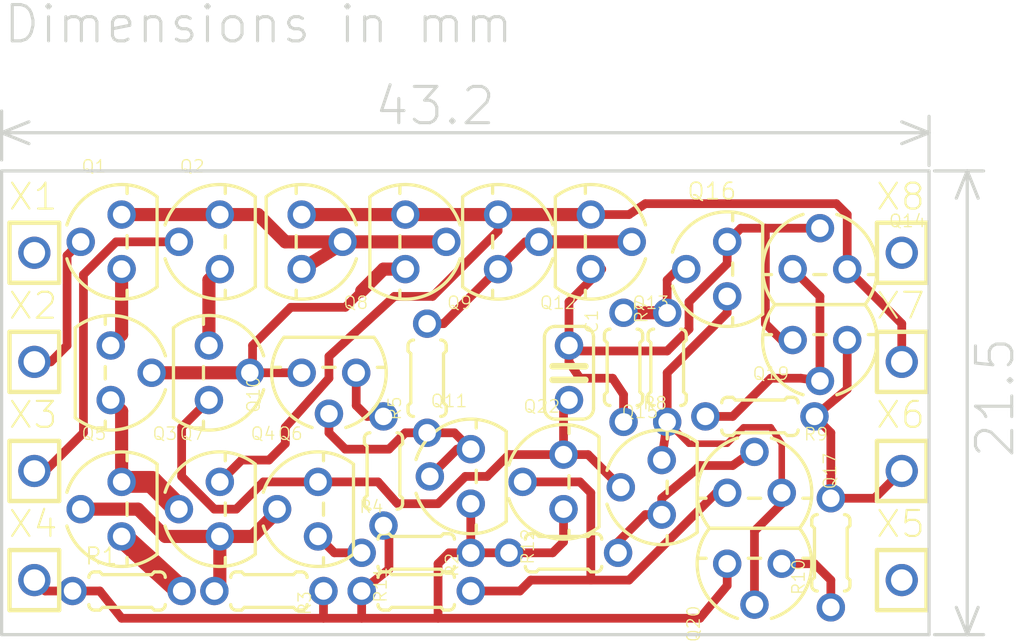
<source format=kicad_pcb>
(kicad_pcb (version 20171130) (host pcbnew "(5.1.0)-1")

  (general
    (thickness 1.6)
    (drawings 25)
    (tracks 194)
    (zones 0)
    (modules 40)
    (nets 28)
  )

  (page A4)
  (layers
    (0 Top signal)
    (31 Bottom signal)
    (32 B.Adhes user)
    (33 F.Adhes user)
    (34 B.Paste user)
    (35 F.Paste user)
    (36 B.SilkS user)
    (37 F.SilkS user)
    (38 B.Mask user)
    (39 F.Mask user)
    (40 Dwgs.User user)
    (41 Cmts.User user)
    (42 Eco1.User user)
    (43 Eco2.User user)
    (44 Edge.Cuts user)
    (45 Margin user)
    (46 B.CrtYd user)
    (47 F.CrtYd user)
    (48 B.Fab user)
    (49 F.Fab user hide)
  )

  (setup
    (last_trace_width 0.25)
    (trace_clearance 0.2)
    (zone_clearance 0.508)
    (zone_45_only no)
    (trace_min 0.2)
    (via_size 0.8)
    (via_drill 0.4)
    (via_min_size 0.4)
    (via_min_drill 0.3)
    (uvia_size 0.3)
    (uvia_drill 0.1)
    (uvias_allowed no)
    (uvia_min_size 0.2)
    (uvia_min_drill 0.1)
    (edge_width 0.05)
    (segment_width 0.2)
    (pcb_text_width 0.3)
    (pcb_text_size 1.5 1.5)
    (mod_edge_width 0.12)
    (mod_text_size 1 1)
    (mod_text_width 0.15)
    (pad_size 1.524 1.524)
    (pad_drill 0.762)
    (pad_to_mask_clearance 0.051)
    (solder_mask_min_width 0.25)
    (aux_axis_origin 0 0)
    (visible_elements FFFFFF7F)
    (pcbplotparams
      (layerselection 0x010fc_ffffffff)
      (usegerberextensions false)
      (usegerberattributes false)
      (usegerberadvancedattributes false)
      (creategerberjobfile false)
      (excludeedgelayer true)
      (linewidth 0.100000)
      (plotframeref false)
      (viasonmask false)
      (mode 1)
      (useauxorigin false)
      (hpglpennumber 1)
      (hpglpenspeed 20)
      (hpglpendiameter 15.000000)
      (psnegative false)
      (psa4output false)
      (plotreference true)
      (plotvalue true)
      (plotinvisibletext false)
      (padsonsilk false)
      (subtractmaskfromsilk false)
      (outputformat 1)
      (mirror false)
      (drillshape 1)
      (scaleselection 1)
      (outputdirectory ""))
  )

  (net 0 "")
  (net 1 "Net-(Q10-PadB)")
  (net 2 /-VCC)
  (net 3 "Net-(Q10-PadC)")
  (net 4 "Net-(Q1-PadC)")
  (net 5 /+VCC)
  (net 6 "Net-(Q10-PadE)")
  (net 7 /INP)
  (net 8 "Net-(Q1-PadE)")
  (net 9 /INM)
  (net 10 "Net-(Q2-PadE)")
  (net 11 "Net-(Q3-PadC)")
  (net 12 "Net-(C1-Pad2)")
  (net 13 "Net-(Q5-PadB)")
  (net 14 /OFFSET2)
  (net 15 /OFFSET1)
  (net 16 "Net-(Q12-PadB)")
  (net 17 "Net-(Q15-PadC)")
  (net 18 "Net-(Q15-PadE)")
  (net 19 "Net-(Q17-PadE)")
  (net 20 "Net-(C1-Pad1)")
  (net 21 "Net-(Q16-PadB)")
  (net 22 "Net-(Q20-PadE)")
  (net 23 /OP)
  (net 24 "Net-(Q14-PadE)")
  (net 25 "Net-(X8-Pad1)")
  (net 26 "Net-(X5-Pad1)")
  (net 27 "Net-(X1-Pad1)")

  (net_class Default "This is the default net class."
    (clearance 0.2)
    (trace_width 0.25)
    (via_dia 0.8)
    (via_drill 0.4)
    (uvia_dia 0.3)
    (uvia_drill 0.1)
    (add_net /+VCC)
    (add_net /-VCC)
    (add_net /INM)
    (add_net /INP)
    (add_net /OFFSET1)
    (add_net /OFFSET2)
    (add_net /OP)
    (add_net "Net-(C1-Pad1)")
    (add_net "Net-(C1-Pad2)")
    (add_net "Net-(Q1-PadC)")
    (add_net "Net-(Q1-PadE)")
    (add_net "Net-(Q10-PadB)")
    (add_net "Net-(Q10-PadC)")
    (add_net "Net-(Q10-PadE)")
    (add_net "Net-(Q12-PadB)")
    (add_net "Net-(Q14-PadE)")
    (add_net "Net-(Q15-PadC)")
    (add_net "Net-(Q15-PadE)")
    (add_net "Net-(Q16-PadB)")
    (add_net "Net-(Q17-PadE)")
    (add_net "Net-(Q2-PadE)")
    (add_net "Net-(Q20-PadE)")
    (add_net "Net-(Q3-PadC)")
    (add_net "Net-(Q5-PadB)")
    (add_net "Net-(X1-Pad1)")
    (add_net "Net-(X5-Pad1)")
    (add_net "Net-(X8-Pad1)")
  )

  (module untitled:TO92D (layer Top) (tedit 0) (tstamp 5E2ABC55)
    (at 147.4851 109.8296 90)
    (descr "<b>TO-92</b><p>\ngrid 2.54 mm")
    (path /E2F85110)
    (fp_text reference Q11 (at 3.175 -1.905) (layer F.SilkS)
      (effects (font (size 0.57912 0.57912) (thickness 0.057912)) (justify left bottom))
    )
    (fp_text value 2N3904 (at 3.175 0 90) (layer F.Fab)
      (effects (font (size 1.2065 1.2065) (thickness 0.12065)) (justify left bottom))
    )
    (fp_arc (start 0 0) (end -0.7863 -2.5485) (angle 34.293591) (layer F.Fab) (width 0.1524))
    (fp_line (start 0.286 0.254) (end 2.254 0.254) (layer F.Fab) (width 0.1524))
    (fp_line (start 2.254 0.254) (end 2.655 0.254) (layer F.SilkS) (width 0.1524))
    (fp_line (start -0.286 0.254) (end 0.286 0.254) (layer F.SilkS) (width 0.1524))
    (fp_line (start -2.655 0.254) (end -2.254 0.254) (layer F.SilkS) (width 0.1524))
    (fp_line (start -2.254 0.254) (end -0.286 0.254) (layer F.Fab) (width 0.1524))
    (fp_line (start -2.095 1.651) (end 2.095 1.651) (layer F.SilkS) (width 0.1524))
    (fp_arc (start 0.0005 0.000014) (end 0.7868 -2.5484) (angle 111.09954) (layer F.SilkS) (width 0.1524))
    (fp_arc (start 0 0.000003) (end -2.0946 1.651) (angle 111.098957) (layer F.SilkS) (width 0.1524))
    (pad C thru_hole circle (at 1.27 0 90) (size 1.3208 1.3208) (drill 0.8128) (layers *.Cu *.Mask)
      (net 1 "Net-(Q10-PadB)") (solder_mask_margin 0.1016))
    (pad B thru_hole circle (at 0 -1.905 90) (size 1.3208 1.3208) (drill 0.8128) (layers *.Cu *.Mask)
      (net 1 "Net-(Q10-PadB)") (solder_mask_margin 0.1016))
    (pad E thru_hole circle (at -1.27 0 90) (size 1.3208 1.3208) (drill 0.8128) (layers *.Cu *.Mask)
      (net 2 /-VCC) (solder_mask_margin 0.1016))
  )

  (module untitled:TO92D (layer Top) (tedit 0) (tstamp 5E2ABC64)
    (at 144.4371 98.9076 270)
    (descr "<b>TO-92</b><p>\ngrid 2.54 mm")
    (path /EFC16039)
    (fp_text reference Q9 (at 3.175 -1.905) (layer F.SilkS)
      (effects (font (size 0.57912 0.57912) (thickness 0.057912)) (justify left bottom))
    )
    (fp_text value 2N3906 (at 3.175 0 90) (layer F.Fab)
      (effects (font (size 1.2065 1.2065) (thickness 0.12065)) (justify right top))
    )
    (fp_arc (start 0 0) (end -0.7863 -2.5485) (angle 34.293591) (layer F.Fab) (width 0.1524))
    (fp_line (start 0.286 0.254) (end 2.254 0.254) (layer F.Fab) (width 0.1524))
    (fp_line (start 2.254 0.254) (end 2.655 0.254) (layer F.SilkS) (width 0.1524))
    (fp_line (start -0.286 0.254) (end 0.286 0.254) (layer F.SilkS) (width 0.1524))
    (fp_line (start -2.655 0.254) (end -2.254 0.254) (layer F.SilkS) (width 0.1524))
    (fp_line (start -2.254 0.254) (end -0.286 0.254) (layer F.Fab) (width 0.1524))
    (fp_line (start -2.095 1.651) (end 2.095 1.651) (layer F.SilkS) (width 0.1524))
    (fp_arc (start 0.0005 0.000014) (end 0.7868 -2.5484) (angle 111.09954) (layer F.SilkS) (width 0.1524))
    (fp_arc (start 0 0.000003) (end -2.0946 1.651) (angle 111.098957) (layer F.SilkS) (width 0.1524))
    (pad C thru_hole circle (at 1.27 0 270) (size 1.3208 1.3208) (drill 0.8128) (layers *.Cu *.Mask)
      (net 3 "Net-(Q10-PadC)") (solder_mask_margin 0.1016))
    (pad B thru_hole circle (at 0 -1.905 270) (size 1.3208 1.3208) (drill 0.8128) (layers *.Cu *.Mask)
      (net 4 "Net-(Q1-PadC)") (solder_mask_margin 0.1016))
    (pad E thru_hole circle (at -1.27 0 270) (size 1.3208 1.3208) (drill 0.8128) (layers *.Cu *.Mask)
      (net 5 /+VCC) (solder_mask_margin 0.1016))
  )

  (module untitled:0204_5 (layer Top) (tedit 0) (tstamp 5E2ABC73)
    (at 143.4211 109.5756 90)
    (descr "<b>RESISTOR</b><p>\ntype 0204, grid 5 mm")
    (path /37AA4044)
    (fp_text reference R4 (at -2.0066 -1.1684) (layer F.SilkS)
      (effects (font (size 0.57912 0.57912) (thickness 0.057912)) (justify left bottom))
    )
    (fp_text value 4k7 (at -2.1336 2.3114) (layer F.Fab)
      (effects (font (size 0.57912 0.57912) (thickness 0.057912)) (justify left bottom))
    )
    (fp_poly (pts (xy 1.778 0.254) (xy 2.032 0.254) (xy 2.032 -0.254) (xy 1.778 -0.254)) (layer F.Fab) (width 0))
    (fp_poly (pts (xy -2.032 0.254) (xy -1.778 0.254) (xy -1.778 -0.254) (xy -2.032 -0.254)) (layer F.Fab) (width 0))
    (fp_line (start 1.778 0.635) (end 1.778 -0.635) (layer F.Fab) (width 0.1524))
    (fp_line (start 1.524 0.889) (end 1.27 0.889) (layer F.SilkS) (width 0.1524))
    (fp_line (start 1.524 -0.889) (end 1.27 -0.889) (layer F.SilkS) (width 0.1524))
    (fp_line (start 1.143 0.762) (end -1.143 0.762) (layer F.SilkS) (width 0.1524))
    (fp_line (start 1.143 0.762) (end 1.27 0.889) (layer F.SilkS) (width 0.1524))
    (fp_line (start 1.143 -0.762) (end -1.143 -0.762) (layer F.SilkS) (width 0.1524))
    (fp_line (start 1.143 -0.762) (end 1.27 -0.889) (layer F.SilkS) (width 0.1524))
    (fp_line (start -1.143 0.762) (end -1.27 0.889) (layer F.SilkS) (width 0.1524))
    (fp_line (start -1.524 0.889) (end -1.27 0.889) (layer F.SilkS) (width 0.1524))
    (fp_line (start -1.143 -0.762) (end -1.27 -0.889) (layer F.SilkS) (width 0.1524))
    (fp_line (start -1.524 -0.889) (end -1.27 -0.889) (layer F.SilkS) (width 0.1524))
    (fp_line (start -1.778 0.635) (end -1.778 -0.635) (layer F.Fab) (width 0.1524))
    (fp_arc (start 1.524 -0.635) (end 1.524 -0.889) (angle 90) (layer F.SilkS) (width 0.1524))
    (fp_arc (start 1.524 0.635) (end 1.524 0.889) (angle -90) (layer F.SilkS) (width 0.1524))
    (fp_arc (start -1.524 0.635) (end -1.778 0.635) (angle -90) (layer F.SilkS) (width 0.1524))
    (fp_arc (start -1.524 -0.635) (end -1.778 -0.635) (angle 90) (layer F.SilkS) (width 0.1524))
    (fp_line (start -2.54 0) (end -2.032 0) (layer F.Fab) (width 0.508))
    (fp_line (start 2.54 0) (end 2.032 0) (layer F.Fab) (width 0.508))
    (pad 2 thru_hole circle (at 2.54 0 90) (size 1.3208 1.3208) (drill 0.8128) (layers *.Cu *.Mask)
      (net 6 "Net-(Q10-PadE)") (solder_mask_margin 0.1016))
    (pad 1 thru_hole circle (at -2.54 0 90) (size 1.3208 1.3208) (drill 0.8128) (layers *.Cu *.Mask)
      (net 2 /-VCC) (solder_mask_margin 0.1016))
  )

  (module untitled:TO92D (layer Top) (tedit 0) (tstamp 5E2ABC8C)
    (at 139.6111 98.9076 270)
    (descr "<b>TO-92</b><p>\ngrid 2.54 mm")
    (path /2D2CC871)
    (fp_text reference Q8 (at 3.175 -1.905) (layer F.SilkS)
      (effects (font (size 0.57912 0.57912) (thickness 0.057912)) (justify left bottom))
    )
    (fp_text value 2N3906 (at 3.175 0 90) (layer F.Fab)
      (effects (font (size 1.2065 1.2065) (thickness 0.12065)) (justify right top))
    )
    (fp_arc (start 0 0) (end -0.7863 -2.5485) (angle 34.293591) (layer F.Fab) (width 0.1524))
    (fp_line (start 0.286 0.254) (end 2.254 0.254) (layer F.Fab) (width 0.1524))
    (fp_line (start 2.254 0.254) (end 2.655 0.254) (layer F.SilkS) (width 0.1524))
    (fp_line (start -0.286 0.254) (end 0.286 0.254) (layer F.SilkS) (width 0.1524))
    (fp_line (start -2.655 0.254) (end -2.254 0.254) (layer F.SilkS) (width 0.1524))
    (fp_line (start -2.254 0.254) (end -0.286 0.254) (layer F.Fab) (width 0.1524))
    (fp_line (start -2.095 1.651) (end 2.095 1.651) (layer F.SilkS) (width 0.1524))
    (fp_arc (start 0.0005 0.000014) (end 0.7868 -2.5484) (angle 111.09954) (layer F.SilkS) (width 0.1524))
    (fp_arc (start 0 0.000003) (end -2.0946 1.651) (angle 111.098957) (layer F.SilkS) (width 0.1524))
    (pad C thru_hole circle (at 1.27 0 270) (size 1.3208 1.3208) (drill 0.8128) (layers *.Cu *.Mask)
      (net 4 "Net-(Q1-PadC)") (solder_mask_margin 0.1016))
    (pad B thru_hole circle (at 0 -1.905 270) (size 1.3208 1.3208) (drill 0.8128) (layers *.Cu *.Mask)
      (net 4 "Net-(Q1-PadC)") (solder_mask_margin 0.1016))
    (pad E thru_hole circle (at -1.27 0 270) (size 1.3208 1.3208) (drill 0.8128) (layers *.Cu *.Mask)
      (net 5 /+VCC) (solder_mask_margin 0.1016))
  )

  (module untitled:TO92D (layer Top) (tedit 0) (tstamp 5E2ABC9B)
    (at 131.2291 98.9076 90)
    (descr "<b>TO-92</b><p>\ngrid 2.54 mm")
    (path /22BC07EB)
    (fp_text reference Q1 (at 3.175 -1.905) (layer F.SilkS)
      (effects (font (size 0.57912 0.57912) (thickness 0.057912)) (justify left bottom))
    )
    (fp_text value 2N3904 (at 3.175 0 90) (layer F.Fab)
      (effects (font (size 1.2065 1.2065) (thickness 0.12065)) (justify left bottom))
    )
    (fp_arc (start 0 0) (end -0.7863 -2.5485) (angle 34.293591) (layer F.Fab) (width 0.1524))
    (fp_line (start 0.286 0.254) (end 2.254 0.254) (layer F.Fab) (width 0.1524))
    (fp_line (start 2.254 0.254) (end 2.655 0.254) (layer F.SilkS) (width 0.1524))
    (fp_line (start -0.286 0.254) (end 0.286 0.254) (layer F.SilkS) (width 0.1524))
    (fp_line (start -2.655 0.254) (end -2.254 0.254) (layer F.SilkS) (width 0.1524))
    (fp_line (start -2.254 0.254) (end -0.286 0.254) (layer F.Fab) (width 0.1524))
    (fp_line (start -2.095 1.651) (end 2.095 1.651) (layer F.SilkS) (width 0.1524))
    (fp_arc (start 0.0005 0.000014) (end 0.7868 -2.5484) (angle 111.09954) (layer F.SilkS) (width 0.1524))
    (fp_arc (start 0 0.000003) (end -2.0946 1.651) (angle 111.098957) (layer F.SilkS) (width 0.1524))
    (pad C thru_hole circle (at 1.27 0 90) (size 1.3208 1.3208) (drill 0.8128) (layers *.Cu *.Mask)
      (net 4 "Net-(Q1-PadC)") (solder_mask_margin 0.1016))
    (pad B thru_hole circle (at 0 -1.905 90) (size 1.3208 1.3208) (drill 0.8128) (layers *.Cu *.Mask)
      (net 7 /INP) (solder_mask_margin 0.1016))
    (pad E thru_hole circle (at -1.27 0 90) (size 1.3208 1.3208) (drill 0.8128) (layers *.Cu *.Mask)
      (net 8 "Net-(Q1-PadE)") (solder_mask_margin 0.1016))
  )

  (module untitled:TO92D (layer Top) (tedit 0) (tstamp 5E2ABCAA)
    (at 135.8011 98.9076 90)
    (descr "<b>TO-92</b><p>\ngrid 2.54 mm")
    (path /FC4D4FCD)
    (fp_text reference Q2 (at 3.175 -1.905) (layer F.SilkS)
      (effects (font (size 0.57912 0.57912) (thickness 0.057912)) (justify left bottom))
    )
    (fp_text value 2N3904 (at 3.175 0 90) (layer F.Fab)
      (effects (font (size 1.2065 1.2065) (thickness 0.12065)) (justify left bottom))
    )
    (fp_arc (start 0 0) (end -0.7863 -2.5485) (angle 34.293591) (layer F.Fab) (width 0.1524))
    (fp_line (start 0.286 0.254) (end 2.254 0.254) (layer F.Fab) (width 0.1524))
    (fp_line (start 2.254 0.254) (end 2.655 0.254) (layer F.SilkS) (width 0.1524))
    (fp_line (start -0.286 0.254) (end 0.286 0.254) (layer F.SilkS) (width 0.1524))
    (fp_line (start -2.655 0.254) (end -2.254 0.254) (layer F.SilkS) (width 0.1524))
    (fp_line (start -2.254 0.254) (end -0.286 0.254) (layer F.Fab) (width 0.1524))
    (fp_line (start -2.095 1.651) (end 2.095 1.651) (layer F.SilkS) (width 0.1524))
    (fp_arc (start 0.0005 0.000014) (end 0.7868 -2.5484) (angle 111.09954) (layer F.SilkS) (width 0.1524))
    (fp_arc (start 0 0.000003) (end -2.0946 1.651) (angle 111.098957) (layer F.SilkS) (width 0.1524))
    (pad C thru_hole circle (at 1.27 0 90) (size 1.3208 1.3208) (drill 0.8128) (layers *.Cu *.Mask)
      (net 4 "Net-(Q1-PadC)") (solder_mask_margin 0.1016))
    (pad B thru_hole circle (at 0 -1.905 90) (size 1.3208 1.3208) (drill 0.8128) (layers *.Cu *.Mask)
      (net 9 /INM) (solder_mask_margin 0.1016))
    (pad E thru_hole circle (at -1.27 0 90) (size 1.3208 1.3208) (drill 0.8128) (layers *.Cu *.Mask)
      (net 10 "Net-(Q2-PadE)") (solder_mask_margin 0.1016))
  )

  (module untitled:TO92D (layer Top) (tedit 0) (tstamp 5E2ABCB9)
    (at 130.7211 105.0036 270)
    (descr "<b>TO-92</b><p>\ngrid 2.54 mm")
    (path /9A1C1EBA)
    (fp_text reference Q3 (at 3.175 -1.905) (layer F.SilkS)
      (effects (font (size 0.57912 0.57912) (thickness 0.057912)) (justify left bottom))
    )
    (fp_text value 2N3906 (at 3.175 0 90) (layer F.Fab)
      (effects (font (size 1.2065 1.2065) (thickness 0.12065)) (justify right top))
    )
    (fp_arc (start 0 0) (end -0.7863 -2.5485) (angle 34.293591) (layer F.Fab) (width 0.1524))
    (fp_line (start 0.286 0.254) (end 2.254 0.254) (layer F.Fab) (width 0.1524))
    (fp_line (start 2.254 0.254) (end 2.655 0.254) (layer F.SilkS) (width 0.1524))
    (fp_line (start -0.286 0.254) (end 0.286 0.254) (layer F.SilkS) (width 0.1524))
    (fp_line (start -2.655 0.254) (end -2.254 0.254) (layer F.SilkS) (width 0.1524))
    (fp_line (start -2.254 0.254) (end -0.286 0.254) (layer F.Fab) (width 0.1524))
    (fp_line (start -2.095 1.651) (end 2.095 1.651) (layer F.SilkS) (width 0.1524))
    (fp_arc (start 0.0005 0.000014) (end 0.7868 -2.5484) (angle 111.09954) (layer F.SilkS) (width 0.1524))
    (fp_arc (start 0 0.000003) (end -2.0946 1.651) (angle 111.098957) (layer F.SilkS) (width 0.1524))
    (pad C thru_hole circle (at 1.27 0 270) (size 1.3208 1.3208) (drill 0.8128) (layers *.Cu *.Mask)
      (net 11 "Net-(Q3-PadC)") (solder_mask_margin 0.1016))
    (pad B thru_hole circle (at 0 -1.905 270) (size 1.3208 1.3208) (drill 0.8128) (layers *.Cu *.Mask)
      (net 3 "Net-(Q10-PadC)") (solder_mask_margin 0.1016))
    (pad E thru_hole circle (at -1.27 0 270) (size 1.3208 1.3208) (drill 0.8128) (layers *.Cu *.Mask)
      (net 8 "Net-(Q1-PadE)") (solder_mask_margin 0.1016))
  )

  (module untitled:TO92D (layer Top) (tedit 0) (tstamp 5E2ABCC8)
    (at 135.2931 105.0036 270)
    (descr "<b>TO-92</b><p>\ngrid 2.54 mm")
    (path /22452E8B)
    (fp_text reference Q4 (at 3.175 -1.905) (layer F.SilkS)
      (effects (font (size 0.57912 0.57912) (thickness 0.057912)) (justify left bottom))
    )
    (fp_text value 2N3906 (at 3.175 0 90) (layer F.Fab)
      (effects (font (size 1.2065 1.2065) (thickness 0.12065)) (justify right top))
    )
    (fp_arc (start 0 0) (end -0.7863 -2.5485) (angle 34.293591) (layer F.Fab) (width 0.1524))
    (fp_line (start 0.286 0.254) (end 2.254 0.254) (layer F.Fab) (width 0.1524))
    (fp_line (start 2.254 0.254) (end 2.655 0.254) (layer F.SilkS) (width 0.1524))
    (fp_line (start -0.286 0.254) (end 0.286 0.254) (layer F.SilkS) (width 0.1524))
    (fp_line (start -2.655 0.254) (end -2.254 0.254) (layer F.SilkS) (width 0.1524))
    (fp_line (start -2.254 0.254) (end -0.286 0.254) (layer F.Fab) (width 0.1524))
    (fp_line (start -2.095 1.651) (end 2.095 1.651) (layer F.SilkS) (width 0.1524))
    (fp_arc (start 0.0005 0.000014) (end 0.7868 -2.5484) (angle 111.09954) (layer F.SilkS) (width 0.1524))
    (fp_arc (start 0 0.000003) (end -2.0946 1.651) (angle 111.098957) (layer F.SilkS) (width 0.1524))
    (pad C thru_hole circle (at 1.27 0 270) (size 1.3208 1.3208) (drill 0.8128) (layers *.Cu *.Mask)
      (net 12 "Net-(C1-Pad2)") (solder_mask_margin 0.1016))
    (pad B thru_hole circle (at 0 -1.905 270) (size 1.3208 1.3208) (drill 0.8128) (layers *.Cu *.Mask)
      (net 3 "Net-(Q10-PadC)") (solder_mask_margin 0.1016))
    (pad E thru_hole circle (at -1.27 0 270) (size 1.3208 1.3208) (drill 0.8128) (layers *.Cu *.Mask)
      (net 10 "Net-(Q2-PadE)") (solder_mask_margin 0.1016))
  )

  (module untitled:TO92D (layer Top) (tedit 0) (tstamp 5E2ABCD7)
    (at 135.8011 111.3536 90)
    (descr "<b>TO-92</b><p>\ngrid 2.54 mm")
    (path /6A33A87D)
    (fp_text reference Q7 (at 3.175 -1.905) (layer F.SilkS)
      (effects (font (size 0.57912 0.57912) (thickness 0.057912)) (justify left bottom))
    )
    (fp_text value 2N3904 (at 3.175 0 90) (layer F.Fab)
      (effects (font (size 1.2065 1.2065) (thickness 0.12065)) (justify left bottom))
    )
    (fp_arc (start 0 0) (end -0.7863 -2.5485) (angle 34.293591) (layer F.Fab) (width 0.1524))
    (fp_line (start 0.286 0.254) (end 2.254 0.254) (layer F.Fab) (width 0.1524))
    (fp_line (start 2.254 0.254) (end 2.655 0.254) (layer F.SilkS) (width 0.1524))
    (fp_line (start -0.286 0.254) (end 0.286 0.254) (layer F.SilkS) (width 0.1524))
    (fp_line (start -2.655 0.254) (end -2.254 0.254) (layer F.SilkS) (width 0.1524))
    (fp_line (start -2.254 0.254) (end -0.286 0.254) (layer F.Fab) (width 0.1524))
    (fp_line (start -2.095 1.651) (end 2.095 1.651) (layer F.SilkS) (width 0.1524))
    (fp_arc (start 0.0005 0.000014) (end 0.7868 -2.5484) (angle 111.09954) (layer F.SilkS) (width 0.1524))
    (fp_arc (start 0 0.000003) (end -2.0946 1.651) (angle 111.098957) (layer F.SilkS) (width 0.1524))
    (pad C thru_hole circle (at 1.27 0 90) (size 1.3208 1.3208) (drill 0.8128) (layers *.Cu *.Mask)
      (net 5 /+VCC) (solder_mask_margin 0.1016))
    (pad B thru_hole circle (at 0 -1.905 90) (size 1.3208 1.3208) (drill 0.8128) (layers *.Cu *.Mask)
      (net 11 "Net-(Q3-PadC)") (solder_mask_margin 0.1016))
    (pad E thru_hole circle (at -1.27 0 90) (size 1.3208 1.3208) (drill 0.8128) (layers *.Cu *.Mask)
      (net 13 "Net-(Q5-PadB)") (solder_mask_margin 0.1016))
  )

  (module untitled:TO92D (layer Top) (tedit 0) (tstamp 5E2ABCE6)
    (at 140.3731 111.3536 90)
    (descr "<b>TO-92</b><p>\ngrid 2.54 mm")
    (path /97620144)
    (fp_text reference Q6 (at 3.175 -1.905) (layer F.SilkS)
      (effects (font (size 0.57912 0.57912) (thickness 0.057912)) (justify left bottom))
    )
    (fp_text value 2N3904 (at 3.175 0 90) (layer F.Fab)
      (effects (font (size 1.2065 1.2065) (thickness 0.12065)) (justify left bottom))
    )
    (fp_arc (start 0 0) (end -0.7863 -2.5485) (angle 34.293591) (layer F.Fab) (width 0.1524))
    (fp_line (start 0.286 0.254) (end 2.254 0.254) (layer F.Fab) (width 0.1524))
    (fp_line (start 2.254 0.254) (end 2.655 0.254) (layer F.SilkS) (width 0.1524))
    (fp_line (start -0.286 0.254) (end 0.286 0.254) (layer F.SilkS) (width 0.1524))
    (fp_line (start -2.655 0.254) (end -2.254 0.254) (layer F.SilkS) (width 0.1524))
    (fp_line (start -2.254 0.254) (end -0.286 0.254) (layer F.Fab) (width 0.1524))
    (fp_line (start -2.095 1.651) (end 2.095 1.651) (layer F.SilkS) (width 0.1524))
    (fp_arc (start 0.0005 0.000014) (end 0.7868 -2.5484) (angle 111.09954) (layer F.SilkS) (width 0.1524))
    (fp_arc (start 0 0.000003) (end -2.0946 1.651) (angle 111.098957) (layer F.SilkS) (width 0.1524))
    (pad C thru_hole circle (at 1.27 0 90) (size 1.3208 1.3208) (drill 0.8128) (layers *.Cu *.Mask)
      (net 12 "Net-(C1-Pad2)") (solder_mask_margin 0.1016))
    (pad B thru_hole circle (at 0 -1.905 90) (size 1.3208 1.3208) (drill 0.8128) (layers *.Cu *.Mask)
      (net 13 "Net-(Q5-PadB)") (solder_mask_margin 0.1016))
    (pad E thru_hole circle (at -1.27 0 90) (size 1.3208 1.3208) (drill 0.8128) (layers *.Cu *.Mask)
      (net 14 /OFFSET2) (solder_mask_margin 0.1016))
  )

  (module untitled:TO92D (layer Top) (tedit 0) (tstamp 5E2ABCF5)
    (at 131.2291 111.3536 90)
    (descr "<b>TO-92</b><p>\ngrid 2.54 mm")
    (path /A335FF6A)
    (fp_text reference Q5 (at 3.175 -1.905) (layer F.SilkS)
      (effects (font (size 0.57912 0.57912) (thickness 0.057912)) (justify left bottom))
    )
    (fp_text value 2N3904 (at 3.175 0 90) (layer F.Fab)
      (effects (font (size 1.2065 1.2065) (thickness 0.12065)) (justify left bottom))
    )
    (fp_arc (start 0 0) (end -0.7863 -2.5485) (angle 34.293591) (layer F.Fab) (width 0.1524))
    (fp_line (start 0.286 0.254) (end 2.254 0.254) (layer F.Fab) (width 0.1524))
    (fp_line (start 2.254 0.254) (end 2.655 0.254) (layer F.SilkS) (width 0.1524))
    (fp_line (start -0.286 0.254) (end 0.286 0.254) (layer F.SilkS) (width 0.1524))
    (fp_line (start -2.655 0.254) (end -2.254 0.254) (layer F.SilkS) (width 0.1524))
    (fp_line (start -2.254 0.254) (end -0.286 0.254) (layer F.Fab) (width 0.1524))
    (fp_line (start -2.095 1.651) (end 2.095 1.651) (layer F.SilkS) (width 0.1524))
    (fp_arc (start 0.0005 0.000014) (end 0.7868 -2.5484) (angle 111.09954) (layer F.SilkS) (width 0.1524))
    (fp_arc (start 0 0.000003) (end -2.0946 1.651) (angle 111.098957) (layer F.SilkS) (width 0.1524))
    (pad C thru_hole circle (at 1.27 0 90) (size 1.3208 1.3208) (drill 0.8128) (layers *.Cu *.Mask)
      (net 11 "Net-(Q3-PadC)") (solder_mask_margin 0.1016))
    (pad B thru_hole circle (at 0 -1.905 90) (size 1.3208 1.3208) (drill 0.8128) (layers *.Cu *.Mask)
      (net 13 "Net-(Q5-PadB)") (solder_mask_margin 0.1016))
    (pad E thru_hole circle (at -1.27 0 90) (size 1.3208 1.3208) (drill 0.8128) (layers *.Cu *.Mask)
      (net 15 /OFFSET1) (solder_mask_margin 0.1016))
  )

  (module untitled:0204_5 (layer Top) (tedit 0) (tstamp 5E2ABD04)
    (at 131.4831 115.1636)
    (descr "<b>RESISTOR</b><p>\ntype 0204, grid 5 mm")
    (path /DDF01354)
    (fp_text reference R1 (at -2.0066 -1.1684) (layer F.SilkS)
      (effects (font (size 0.77216 0.77216) (thickness 0.077216)) (justify left bottom))
    )
    (fp_text value 1k (at -2.1336 2.3114 90) (layer F.Fab)
      (effects (font (size 0.57912 0.57912) (thickness 0.057912)) (justify right top))
    )
    (fp_poly (pts (xy 1.778 0.254) (xy 2.032 0.254) (xy 2.032 -0.254) (xy 1.778 -0.254)) (layer F.Fab) (width 0))
    (fp_poly (pts (xy -2.032 0.254) (xy -1.778 0.254) (xy -1.778 -0.254) (xy -2.032 -0.254)) (layer F.Fab) (width 0))
    (fp_line (start 1.778 0.635) (end 1.778 -0.635) (layer F.Fab) (width 0.1524))
    (fp_line (start 1.524 0.889) (end 1.27 0.889) (layer F.SilkS) (width 0.1524))
    (fp_line (start 1.524 -0.889) (end 1.27 -0.889) (layer F.SilkS) (width 0.1524))
    (fp_line (start 1.143 0.762) (end -1.143 0.762) (layer F.SilkS) (width 0.1524))
    (fp_line (start 1.143 0.762) (end 1.27 0.889) (layer F.SilkS) (width 0.1524))
    (fp_line (start 1.143 -0.762) (end -1.143 -0.762) (layer F.SilkS) (width 0.1524))
    (fp_line (start 1.143 -0.762) (end 1.27 -0.889) (layer F.SilkS) (width 0.1524))
    (fp_line (start -1.143 0.762) (end -1.27 0.889) (layer F.SilkS) (width 0.1524))
    (fp_line (start -1.524 0.889) (end -1.27 0.889) (layer F.SilkS) (width 0.1524))
    (fp_line (start -1.143 -0.762) (end -1.27 -0.889) (layer F.SilkS) (width 0.1524))
    (fp_line (start -1.524 -0.889) (end -1.27 -0.889) (layer F.SilkS) (width 0.1524))
    (fp_line (start -1.778 0.635) (end -1.778 -0.635) (layer F.Fab) (width 0.1524))
    (fp_arc (start 1.524 -0.635) (end 1.524 -0.889) (angle 90) (layer F.SilkS) (width 0.1524))
    (fp_arc (start 1.524 0.635) (end 1.524 0.889) (angle -90) (layer F.SilkS) (width 0.1524))
    (fp_arc (start -1.524 0.635) (end -1.778 0.635) (angle -90) (layer F.SilkS) (width 0.1524))
    (fp_arc (start -1.524 -0.635) (end -1.778 -0.635) (angle 90) (layer F.SilkS) (width 0.1524))
    (fp_line (start -2.54 0) (end -2.032 0) (layer F.Fab) (width 0.508))
    (fp_line (start 2.54 0) (end 2.032 0) (layer F.Fab) (width 0.508))
    (pad 2 thru_hole circle (at 2.54 0) (size 1.3208 1.3208) (drill 0.8128) (layers *.Cu *.Mask)
      (net 15 /OFFSET1) (solder_mask_margin 0.1016))
    (pad 1 thru_hole circle (at -2.54 0) (size 1.3208 1.3208) (drill 0.8128) (layers *.Cu *.Mask)
      (net 2 /-VCC) (solder_mask_margin 0.1016))
  )

  (module untitled:0204_5 (layer Top) (tedit 0) (tstamp 5E2ABD1D)
    (at 144.9451 113.3856 180)
    (descr "<b>RESISTOR</b><p>\ntype 0204, grid 5 mm")
    (path /0CC8F4E9)
    (fp_text reference R2 (at -2.0066 -1.1684 90) (layer F.SilkS)
      (effects (font (size 0.57912 0.57912) (thickness 0.057912)) (justify left bottom))
    )
    (fp_text value 1k (at -2.1336 2.3114 90) (layer F.Fab)
      (effects (font (size 0.57912 0.57912) (thickness 0.057912)) (justify left bottom))
    )
    (fp_poly (pts (xy 1.778 0.254) (xy 2.032 0.254) (xy 2.032 -0.254) (xy 1.778 -0.254)) (layer F.Fab) (width 0))
    (fp_poly (pts (xy -2.032 0.254) (xy -1.778 0.254) (xy -1.778 -0.254) (xy -2.032 -0.254)) (layer F.Fab) (width 0))
    (fp_line (start 1.778 0.635) (end 1.778 -0.635) (layer F.Fab) (width 0.1524))
    (fp_line (start 1.524 0.889) (end 1.27 0.889) (layer F.SilkS) (width 0.1524))
    (fp_line (start 1.524 -0.889) (end 1.27 -0.889) (layer F.SilkS) (width 0.1524))
    (fp_line (start 1.143 0.762) (end -1.143 0.762) (layer F.SilkS) (width 0.1524))
    (fp_line (start 1.143 0.762) (end 1.27 0.889) (layer F.SilkS) (width 0.1524))
    (fp_line (start 1.143 -0.762) (end -1.143 -0.762) (layer F.SilkS) (width 0.1524))
    (fp_line (start 1.143 -0.762) (end 1.27 -0.889) (layer F.SilkS) (width 0.1524))
    (fp_line (start -1.143 0.762) (end -1.27 0.889) (layer F.SilkS) (width 0.1524))
    (fp_line (start -1.524 0.889) (end -1.27 0.889) (layer F.SilkS) (width 0.1524))
    (fp_line (start -1.143 -0.762) (end -1.27 -0.889) (layer F.SilkS) (width 0.1524))
    (fp_line (start -1.524 -0.889) (end -1.27 -0.889) (layer F.SilkS) (width 0.1524))
    (fp_line (start -1.778 0.635) (end -1.778 -0.635) (layer F.Fab) (width 0.1524))
    (fp_arc (start 1.524 -0.635) (end 1.524 -0.889) (angle 90) (layer F.SilkS) (width 0.1524))
    (fp_arc (start 1.524 0.635) (end 1.524 0.889) (angle -90) (layer F.SilkS) (width 0.1524))
    (fp_arc (start -1.524 0.635) (end -1.778 0.635) (angle -90) (layer F.SilkS) (width 0.1524))
    (fp_arc (start -1.524 -0.635) (end -1.778 -0.635) (angle 90) (layer F.SilkS) (width 0.1524))
    (fp_line (start -2.54 0) (end -2.032 0) (layer F.Fab) (width 0.508))
    (fp_line (start 2.54 0) (end 2.032 0) (layer F.Fab) (width 0.508))
    (pad 2 thru_hole circle (at 2.54 0 180) (size 1.3208 1.3208) (drill 0.8128) (layers *.Cu *.Mask)
      (net 14 /OFFSET2) (solder_mask_margin 0.1016))
    (pad 1 thru_hole circle (at -2.54 0 180) (size 1.3208 1.3208) (drill 0.8128) (layers *.Cu *.Mask)
      (net 2 /-VCC) (solder_mask_margin 0.1016))
  )

  (module untitled:0204_5 (layer Top) (tedit 0) (tstamp 5E2ABD36)
    (at 138.0871 115.1636 180)
    (descr "<b>RESISTOR</b><p>\ntype 0204, grid 5 mm")
    (path /F7CAA4A8)
    (fp_text reference R3 (at -2.0066 -1.1684 90) (layer F.SilkS)
      (effects (font (size 0.57912 0.57912) (thickness 0.057912)) (justify left bottom))
    )
    (fp_text value 51k (at -2.1336 2.3114 90) (layer F.Fab)
      (effects (font (size 0.57912 0.57912) (thickness 0.057912)) (justify left bottom))
    )
    (fp_poly (pts (xy 1.778 0.254) (xy 2.032 0.254) (xy 2.032 -0.254) (xy 1.778 -0.254)) (layer F.Fab) (width 0))
    (fp_poly (pts (xy -2.032 0.254) (xy -1.778 0.254) (xy -1.778 -0.254) (xy -2.032 -0.254)) (layer F.Fab) (width 0))
    (fp_line (start 1.778 0.635) (end 1.778 -0.635) (layer F.Fab) (width 0.1524))
    (fp_line (start 1.524 0.889) (end 1.27 0.889) (layer F.SilkS) (width 0.1524))
    (fp_line (start 1.524 -0.889) (end 1.27 -0.889) (layer F.SilkS) (width 0.1524))
    (fp_line (start 1.143 0.762) (end -1.143 0.762) (layer F.SilkS) (width 0.1524))
    (fp_line (start 1.143 0.762) (end 1.27 0.889) (layer F.SilkS) (width 0.1524))
    (fp_line (start 1.143 -0.762) (end -1.143 -0.762) (layer F.SilkS) (width 0.1524))
    (fp_line (start 1.143 -0.762) (end 1.27 -0.889) (layer F.SilkS) (width 0.1524))
    (fp_line (start -1.143 0.762) (end -1.27 0.889) (layer F.SilkS) (width 0.1524))
    (fp_line (start -1.524 0.889) (end -1.27 0.889) (layer F.SilkS) (width 0.1524))
    (fp_line (start -1.143 -0.762) (end -1.27 -0.889) (layer F.SilkS) (width 0.1524))
    (fp_line (start -1.524 -0.889) (end -1.27 -0.889) (layer F.SilkS) (width 0.1524))
    (fp_line (start -1.778 0.635) (end -1.778 -0.635) (layer F.Fab) (width 0.1524))
    (fp_arc (start 1.524 -0.635) (end 1.524 -0.889) (angle 90) (layer F.SilkS) (width 0.1524))
    (fp_arc (start 1.524 0.635) (end 1.524 0.889) (angle -90) (layer F.SilkS) (width 0.1524))
    (fp_arc (start -1.524 0.635) (end -1.778 0.635) (angle -90) (layer F.SilkS) (width 0.1524))
    (fp_arc (start -1.524 -0.635) (end -1.778 -0.635) (angle 90) (layer F.SilkS) (width 0.1524))
    (fp_line (start -2.54 0) (end -2.032 0) (layer F.Fab) (width 0.508))
    (fp_line (start 2.54 0) (end 2.032 0) (layer F.Fab) (width 0.508))
    (pad 2 thru_hole circle (at 2.54 0 180) (size 1.3208 1.3208) (drill 0.8128) (layers *.Cu *.Mask)
      (net 13 "Net-(Q5-PadB)") (solder_mask_margin 0.1016))
    (pad 1 thru_hole circle (at -2.54 0 180) (size 1.3208 1.3208) (drill 0.8128) (layers *.Cu *.Mask)
      (net 2 /-VCC) (solder_mask_margin 0.1016))
  )

  (module untitled:TO92D (layer Top) (tedit 0) (tstamp 5E2ABD4F)
    (at 140.8811 105.0036 180)
    (descr "<b>TO-92</b><p>\ngrid 2.54 mm")
    (path /E6D570CA)
    (fp_text reference Q10 (at 3.175 -1.905 90) (layer F.SilkS)
      (effects (font (size 0.57912 0.57912) (thickness 0.057912)) (justify left bottom))
    )
    (fp_text value 2N3904 (at 3.175 0) (layer F.Fab)
      (effects (font (size 1.2065 1.2065) (thickness 0.12065)) (justify right top))
    )
    (fp_arc (start 0 0) (end -0.7863 -2.5485) (angle 34.293591) (layer F.Fab) (width 0.1524))
    (fp_line (start 0.286 0.254) (end 2.254 0.254) (layer F.Fab) (width 0.1524))
    (fp_line (start 2.254 0.254) (end 2.655 0.254) (layer F.SilkS) (width 0.1524))
    (fp_line (start -0.286 0.254) (end 0.286 0.254) (layer F.SilkS) (width 0.1524))
    (fp_line (start -2.655 0.254) (end -2.254 0.254) (layer F.SilkS) (width 0.1524))
    (fp_line (start -2.254 0.254) (end -0.286 0.254) (layer F.Fab) (width 0.1524))
    (fp_line (start -2.095 1.651) (end 2.095 1.651) (layer F.SilkS) (width 0.1524))
    (fp_arc (start 0.0005 0.000014) (end 0.7868 -2.5484) (angle 111.09954) (layer F.SilkS) (width 0.1524))
    (fp_arc (start 0 0.000003) (end -2.0946 1.651) (angle 111.098957) (layer F.SilkS) (width 0.1524))
    (pad C thru_hole circle (at 1.27 0 180) (size 1.3208 1.3208) (drill 0.8128) (layers *.Cu *.Mask)
      (net 3 "Net-(Q10-PadC)") (solder_mask_margin 0.1016))
    (pad B thru_hole circle (at 0 -1.905 180) (size 1.3208 1.3208) (drill 0.8128) (layers *.Cu *.Mask)
      (net 1 "Net-(Q10-PadB)") (solder_mask_margin 0.1016))
    (pad E thru_hole circle (at -1.27 0 180) (size 1.3208 1.3208) (drill 0.8128) (layers *.Cu *.Mask)
      (net 6 "Net-(Q10-PadE)") (solder_mask_margin 0.1016))
  )

  (module untitled:TO92D (layer Top) (tedit 0) (tstamp 5E2ABD5E)
    (at 148.7551 98.9076 270)
    (descr "<b>TO-92</b><p>\ngrid 2.54 mm")
    (path /EEC7CFE2)
    (fp_text reference Q12 (at 3.175 -1.905) (layer F.SilkS)
      (effects (font (size 0.57912 0.57912) (thickness 0.057912)) (justify left bottom))
    )
    (fp_text value 2N3906 (at 3.175 0 90) (layer F.Fab)
      (effects (font (size 1.2065 1.2065) (thickness 0.12065)) (justify right top))
    )
    (fp_arc (start 0 0) (end -0.7863 -2.5485) (angle 34.293591) (layer F.Fab) (width 0.1524))
    (fp_line (start 0.286 0.254) (end 2.254 0.254) (layer F.Fab) (width 0.1524))
    (fp_line (start 2.254 0.254) (end 2.655 0.254) (layer F.SilkS) (width 0.1524))
    (fp_line (start -0.286 0.254) (end 0.286 0.254) (layer F.SilkS) (width 0.1524))
    (fp_line (start -2.655 0.254) (end -2.254 0.254) (layer F.SilkS) (width 0.1524))
    (fp_line (start -2.254 0.254) (end -0.286 0.254) (layer F.Fab) (width 0.1524))
    (fp_line (start -2.095 1.651) (end 2.095 1.651) (layer F.SilkS) (width 0.1524))
    (fp_arc (start 0.0005 0.000014) (end 0.7868 -2.5484) (angle 111.09954) (layer F.SilkS) (width 0.1524))
    (fp_arc (start 0 0.000003) (end -2.0946 1.651) (angle 111.098957) (layer F.SilkS) (width 0.1524))
    (pad C thru_hole circle (at 1.27 0 270) (size 1.3208 1.3208) (drill 0.8128) (layers *.Cu *.Mask)
      (net 16 "Net-(Q12-PadB)") (solder_mask_margin 0.1016))
    (pad B thru_hole circle (at 0 -1.905 270) (size 1.3208 1.3208) (drill 0.8128) (layers *.Cu *.Mask)
      (net 16 "Net-(Q12-PadB)") (solder_mask_margin 0.1016))
    (pad E thru_hole circle (at -1.27 0 270) (size 1.3208 1.3208) (drill 0.8128) (layers *.Cu *.Mask)
      (net 5 /+VCC) (solder_mask_margin 0.1016))
  )

  (module untitled:0204_5 (layer Top) (tedit 0) (tstamp 5E2ABD6D)
    (at 145.4531 105.2576 90)
    (descr "<b>RESISTOR</b><p>\ntype 0204, grid 5 mm")
    (path /9F90AFD7)
    (fp_text reference R5 (at -2.0066 -1.1684 90) (layer F.SilkS)
      (effects (font (size 0.57912 0.57912) (thickness 0.057912)) (justify left bottom))
    )
    (fp_text value 39k (at -2.1336 2.3114 90) (layer F.Fab)
      (effects (font (size 0.57912 0.57912) (thickness 0.057912)) (justify left bottom))
    )
    (fp_poly (pts (xy 1.778 0.254) (xy 2.032 0.254) (xy 2.032 -0.254) (xy 1.778 -0.254)) (layer F.Fab) (width 0))
    (fp_poly (pts (xy -2.032 0.254) (xy -1.778 0.254) (xy -1.778 -0.254) (xy -2.032 -0.254)) (layer F.Fab) (width 0))
    (fp_line (start 1.778 0.635) (end 1.778 -0.635) (layer F.Fab) (width 0.1524))
    (fp_line (start 1.524 0.889) (end 1.27 0.889) (layer F.SilkS) (width 0.1524))
    (fp_line (start 1.524 -0.889) (end 1.27 -0.889) (layer F.SilkS) (width 0.1524))
    (fp_line (start 1.143 0.762) (end -1.143 0.762) (layer F.SilkS) (width 0.1524))
    (fp_line (start 1.143 0.762) (end 1.27 0.889) (layer F.SilkS) (width 0.1524))
    (fp_line (start 1.143 -0.762) (end -1.143 -0.762) (layer F.SilkS) (width 0.1524))
    (fp_line (start 1.143 -0.762) (end 1.27 -0.889) (layer F.SilkS) (width 0.1524))
    (fp_line (start -1.143 0.762) (end -1.27 0.889) (layer F.SilkS) (width 0.1524))
    (fp_line (start -1.524 0.889) (end -1.27 0.889) (layer F.SilkS) (width 0.1524))
    (fp_line (start -1.143 -0.762) (end -1.27 -0.889) (layer F.SilkS) (width 0.1524))
    (fp_line (start -1.524 -0.889) (end -1.27 -0.889) (layer F.SilkS) (width 0.1524))
    (fp_line (start -1.778 0.635) (end -1.778 -0.635) (layer F.Fab) (width 0.1524))
    (fp_arc (start 1.524 -0.635) (end 1.524 -0.889) (angle 90) (layer F.SilkS) (width 0.1524))
    (fp_arc (start 1.524 0.635) (end 1.524 0.889) (angle -90) (layer F.SilkS) (width 0.1524))
    (fp_arc (start -1.524 0.635) (end -1.778 0.635) (angle -90) (layer F.SilkS) (width 0.1524))
    (fp_arc (start -1.524 -0.635) (end -1.778 -0.635) (angle 90) (layer F.SilkS) (width 0.1524))
    (fp_line (start -2.54 0) (end -2.032 0) (layer F.Fab) (width 0.508))
    (fp_line (start 2.54 0) (end 2.032 0) (layer F.Fab) (width 0.508))
    (pad 2 thru_hole circle (at 2.54 0 90) (size 1.3208 1.3208) (drill 0.8128) (layers *.Cu *.Mask)
      (net 16 "Net-(Q12-PadB)") (solder_mask_margin 0.1016))
    (pad 1 thru_hole circle (at -2.54 0 90) (size 1.3208 1.3208) (drill 0.8128) (layers *.Cu *.Mask)
      (net 1 "Net-(Q10-PadB)") (solder_mask_margin 0.1016))
  )

  (module untitled:TO92D (layer Top) (tedit 0) (tstamp 5E2ABD86)
    (at 156.3751 110.3376 90)
    (descr "<b>TO-92</b><p>\ngrid 2.54 mm")
    (path /631C7642)
    (fp_text reference Q15 (at 3.175 -1.905) (layer F.SilkS)
      (effects (font (size 0.57912 0.57912) (thickness 0.057912)) (justify left bottom))
    )
    (fp_text value 2N3904 (at 3.175 0 90) (layer F.Fab)
      (effects (font (size 1.2065 1.2065) (thickness 0.12065)) (justify left bottom))
    )
    (fp_arc (start 0 0) (end -0.7863 -2.5485) (angle 34.293591) (layer F.Fab) (width 0.1524))
    (fp_line (start 0.286 0.254) (end 2.254 0.254) (layer F.Fab) (width 0.1524))
    (fp_line (start 2.254 0.254) (end 2.655 0.254) (layer F.SilkS) (width 0.1524))
    (fp_line (start -0.286 0.254) (end 0.286 0.254) (layer F.SilkS) (width 0.1524))
    (fp_line (start -2.655 0.254) (end -2.254 0.254) (layer F.SilkS) (width 0.1524))
    (fp_line (start -2.254 0.254) (end -0.286 0.254) (layer F.Fab) (width 0.1524))
    (fp_line (start -2.095 1.651) (end 2.095 1.651) (layer F.SilkS) (width 0.1524))
    (fp_arc (start 0.0005 0.000014) (end 0.7868 -2.5484) (angle 111.09954) (layer F.SilkS) (width 0.1524))
    (fp_arc (start 0 0.000003) (end -2.0946 1.651) (angle 111.098957) (layer F.SilkS) (width 0.1524))
    (pad C thru_hole circle (at 1.27 0 90) (size 1.3208 1.3208) (drill 0.8128) (layers *.Cu *.Mask)
      (net 17 "Net-(Q15-PadC)") (solder_mask_margin 0.1016))
    (pad B thru_hole circle (at 0 -1.905 90) (size 1.3208 1.3208) (drill 0.8128) (layers *.Cu *.Mask)
      (net 12 "Net-(C1-Pad2)") (solder_mask_margin 0.1016))
    (pad E thru_hole circle (at -1.27 0 90) (size 1.3208 1.3208) (drill 0.8128) (layers *.Cu *.Mask)
      (net 18 "Net-(Q15-PadE)") (solder_mask_margin 0.1016))
  )

  (module untitled:TO92D (layer Top) (tedit 0) (tstamp 5E2ABD95)
    (at 160.6931 110.5916)
    (descr "<b>TO-92</b><p>\ngrid 2.54 mm")
    (path /6F80B70B)
    (fp_text reference Q17 (at 3.175 -1.905 90) (layer F.SilkS)
      (effects (font (size 0.57912 0.57912) (thickness 0.057912)) (justify right top))
    )
    (fp_text value 2N3904 (at 3.175 0) (layer F.Fab)
      (effects (font (size 1.2065 1.2065) (thickness 0.12065)) (justify left bottom))
    )
    (fp_arc (start 0 0) (end -0.7863 -2.5485) (angle 34.293591) (layer F.Fab) (width 0.1524))
    (fp_line (start 0.286 0.254) (end 2.254 0.254) (layer F.Fab) (width 0.1524))
    (fp_line (start 2.254 0.254) (end 2.655 0.254) (layer F.SilkS) (width 0.1524))
    (fp_line (start -0.286 0.254) (end 0.286 0.254) (layer F.SilkS) (width 0.1524))
    (fp_line (start -2.655 0.254) (end -2.254 0.254) (layer F.SilkS) (width 0.1524))
    (fp_line (start -2.254 0.254) (end -0.286 0.254) (layer F.Fab) (width 0.1524))
    (fp_line (start -2.095 1.651) (end 2.095 1.651) (layer F.SilkS) (width 0.1524))
    (fp_arc (start 0.0005 0.000014) (end 0.7868 -2.5484) (angle 111.09954) (layer F.SilkS) (width 0.1524))
    (fp_arc (start 0 0.000003) (end -2.0946 1.651) (angle 111.098957) (layer F.SilkS) (width 0.1524))
    (pad C thru_hole circle (at 1.27 0) (size 1.3208 1.3208) (drill 0.8128) (layers *.Cu *.Mask)
      (net 17 "Net-(Q15-PadC)") (solder_mask_margin 0.1016))
    (pad B thru_hole circle (at 0 -1.905) (size 1.3208 1.3208) (drill 0.8128) (layers *.Cu *.Mask)
      (net 18 "Net-(Q15-PadE)") (solder_mask_margin 0.1016))
    (pad E thru_hole circle (at -1.27 0) (size 1.3208 1.3208) (drill 0.8128) (layers *.Cu *.Mask)
      (net 19 "Net-(Q17-PadE)") (solder_mask_margin 0.1016))
  )

  (module untitled:0204_5 (layer Top) (tedit 0) (tstamp 5E2ABDA4)
    (at 144.9451 115.1636)
    (descr "<b>RESISTOR</b><p>\ntype 0204, grid 5 mm")
    (path /563BD6B5)
    (fp_text reference R11 (at -2.0066 -1.1684 90) (layer F.SilkS)
      (effects (font (size 0.57912 0.57912) (thickness 0.057912)) (justify right top))
    )
    (fp_text value 51r (at -2.1336 2.3114 90) (layer F.Fab)
      (effects (font (size 0.57912 0.57912) (thickness 0.057912)) (justify right top))
    )
    (fp_poly (pts (xy 1.778 0.254) (xy 2.032 0.254) (xy 2.032 -0.254) (xy 1.778 -0.254)) (layer F.Fab) (width 0))
    (fp_poly (pts (xy -2.032 0.254) (xy -1.778 0.254) (xy -1.778 -0.254) (xy -2.032 -0.254)) (layer F.Fab) (width 0))
    (fp_line (start 1.778 0.635) (end 1.778 -0.635) (layer F.Fab) (width 0.1524))
    (fp_line (start 1.524 0.889) (end 1.27 0.889) (layer F.SilkS) (width 0.1524))
    (fp_line (start 1.524 -0.889) (end 1.27 -0.889) (layer F.SilkS) (width 0.1524))
    (fp_line (start 1.143 0.762) (end -1.143 0.762) (layer F.SilkS) (width 0.1524))
    (fp_line (start 1.143 0.762) (end 1.27 0.889) (layer F.SilkS) (width 0.1524))
    (fp_line (start 1.143 -0.762) (end -1.143 -0.762) (layer F.SilkS) (width 0.1524))
    (fp_line (start 1.143 -0.762) (end 1.27 -0.889) (layer F.SilkS) (width 0.1524))
    (fp_line (start -1.143 0.762) (end -1.27 0.889) (layer F.SilkS) (width 0.1524))
    (fp_line (start -1.524 0.889) (end -1.27 0.889) (layer F.SilkS) (width 0.1524))
    (fp_line (start -1.143 -0.762) (end -1.27 -0.889) (layer F.SilkS) (width 0.1524))
    (fp_line (start -1.524 -0.889) (end -1.27 -0.889) (layer F.SilkS) (width 0.1524))
    (fp_line (start -1.778 0.635) (end -1.778 -0.635) (layer F.Fab) (width 0.1524))
    (fp_arc (start 1.524 -0.635) (end 1.524 -0.889) (angle 90) (layer F.SilkS) (width 0.1524))
    (fp_arc (start 1.524 0.635) (end 1.524 0.889) (angle -90) (layer F.SilkS) (width 0.1524))
    (fp_arc (start -1.524 0.635) (end -1.778 0.635) (angle -90) (layer F.SilkS) (width 0.1524))
    (fp_arc (start -1.524 -0.635) (end -1.778 -0.635) (angle 90) (layer F.SilkS) (width 0.1524))
    (fp_line (start -2.54 0) (end -2.032 0) (layer F.Fab) (width 0.508))
    (fp_line (start 2.54 0) (end 2.032 0) (layer F.Fab) (width 0.508))
    (pad 2 thru_hole circle (at 2.54 0) (size 1.3208 1.3208) (drill 0.8128) (layers *.Cu *.Mask)
      (net 19 "Net-(Q17-PadE)") (solder_mask_margin 0.1016))
    (pad 1 thru_hole circle (at -2.54 0) (size 1.3208 1.3208) (drill 0.8128) (layers *.Cu *.Mask)
      (net 2 /-VCC) (solder_mask_margin 0.1016))
  )

  (module untitled:0204_5 (layer Top) (tedit 0) (tstamp 5E2ABDBD)
    (at 151.8031 113.3856)
    (descr "<b>RESISTOR</b><p>\ntype 0204, grid 5 mm")
    (path /A5A30F4E)
    (fp_text reference R12 (at -2.0066 -1.1684 90) (layer F.SilkS)
      (effects (font (size 0.57912 0.57912) (thickness 0.057912)) (justify right top))
    )
    (fp_text value 51k (at -2.1336 2.3114 90) (layer F.Fab)
      (effects (font (size 0.57912 0.57912) (thickness 0.057912)) (justify right top))
    )
    (fp_poly (pts (xy 1.778 0.254) (xy 2.032 0.254) (xy 2.032 -0.254) (xy 1.778 -0.254)) (layer F.Fab) (width 0))
    (fp_poly (pts (xy -2.032 0.254) (xy -1.778 0.254) (xy -1.778 -0.254) (xy -2.032 -0.254)) (layer F.Fab) (width 0))
    (fp_line (start 1.778 0.635) (end 1.778 -0.635) (layer F.Fab) (width 0.1524))
    (fp_line (start 1.524 0.889) (end 1.27 0.889) (layer F.SilkS) (width 0.1524))
    (fp_line (start 1.524 -0.889) (end 1.27 -0.889) (layer F.SilkS) (width 0.1524))
    (fp_line (start 1.143 0.762) (end -1.143 0.762) (layer F.SilkS) (width 0.1524))
    (fp_line (start 1.143 0.762) (end 1.27 0.889) (layer F.SilkS) (width 0.1524))
    (fp_line (start 1.143 -0.762) (end -1.143 -0.762) (layer F.SilkS) (width 0.1524))
    (fp_line (start 1.143 -0.762) (end 1.27 -0.889) (layer F.SilkS) (width 0.1524))
    (fp_line (start -1.143 0.762) (end -1.27 0.889) (layer F.SilkS) (width 0.1524))
    (fp_line (start -1.524 0.889) (end -1.27 0.889) (layer F.SilkS) (width 0.1524))
    (fp_line (start -1.143 -0.762) (end -1.27 -0.889) (layer F.SilkS) (width 0.1524))
    (fp_line (start -1.524 -0.889) (end -1.27 -0.889) (layer F.SilkS) (width 0.1524))
    (fp_line (start -1.778 0.635) (end -1.778 -0.635) (layer F.Fab) (width 0.1524))
    (fp_arc (start 1.524 -0.635) (end 1.524 -0.889) (angle 90) (layer F.SilkS) (width 0.1524))
    (fp_arc (start 1.524 0.635) (end 1.524 0.889) (angle -90) (layer F.SilkS) (width 0.1524))
    (fp_arc (start -1.524 0.635) (end -1.778 0.635) (angle -90) (layer F.SilkS) (width 0.1524))
    (fp_arc (start -1.524 -0.635) (end -1.778 -0.635) (angle 90) (layer F.SilkS) (width 0.1524))
    (fp_line (start -2.54 0) (end -2.032 0) (layer F.Fab) (width 0.508))
    (fp_line (start 2.54 0) (end 2.032 0) (layer F.Fab) (width 0.508))
    (pad 2 thru_hole circle (at 2.54 0) (size 1.3208 1.3208) (drill 0.8128) (layers *.Cu *.Mask)
      (net 18 "Net-(Q15-PadE)") (solder_mask_margin 0.1016))
    (pad 1 thru_hole circle (at -2.54 0) (size 1.3208 1.3208) (drill 0.8128) (layers *.Cu *.Mask)
      (net 2 /-VCC) (solder_mask_margin 0.1016))
  )

  (module untitled:TO92D (layer Top) (tedit 0) (tstamp 5E2ABDD6)
    (at 151.8031 110.0836 90)
    (descr "<b>TO-92</b><p>\ngrid 2.54 mm")
    (path /4C99944F)
    (fp_text reference Q22 (at 3.175 -1.905) (layer F.SilkS)
      (effects (font (size 0.57912 0.57912) (thickness 0.057912)) (justify left bottom))
    )
    (fp_text value 2N3904 (at 3.175 0 90) (layer F.Fab)
      (effects (font (size 1.2065 1.2065) (thickness 0.12065)) (justify left bottom))
    )
    (fp_arc (start 0 0) (end -0.7863 -2.5485) (angle 34.293591) (layer F.Fab) (width 0.1524))
    (fp_line (start 0.286 0.254) (end 2.254 0.254) (layer F.Fab) (width 0.1524))
    (fp_line (start 2.254 0.254) (end 2.655 0.254) (layer F.SilkS) (width 0.1524))
    (fp_line (start -0.286 0.254) (end 0.286 0.254) (layer F.SilkS) (width 0.1524))
    (fp_line (start -2.655 0.254) (end -2.254 0.254) (layer F.SilkS) (width 0.1524))
    (fp_line (start -2.254 0.254) (end -0.286 0.254) (layer F.Fab) (width 0.1524))
    (fp_line (start -2.095 1.651) (end 2.095 1.651) (layer F.SilkS) (width 0.1524))
    (fp_arc (start 0.0005 0.000014) (end 0.7868 -2.5484) (angle 111.09954) (layer F.SilkS) (width 0.1524))
    (fp_arc (start 0 0.000003) (end -2.0946 1.651) (angle 111.098957) (layer F.SilkS) (width 0.1524))
    (pad C thru_hole circle (at 1.27 0 90) (size 1.3208 1.3208) (drill 0.8128) (layers *.Cu *.Mask)
      (net 12 "Net-(C1-Pad2)") (solder_mask_margin 0.1016))
    (pad B thru_hole circle (at 0 -1.905 90) (size 1.3208 1.3208) (drill 0.8128) (layers *.Cu *.Mask)
      (net 19 "Net-(Q17-PadE)") (solder_mask_margin 0.1016))
    (pad E thru_hole circle (at -1.27 0 90) (size 1.3208 1.3208) (drill 0.8128) (layers *.Cu *.Mask)
      (net 2 /-VCC) (solder_mask_margin 0.1016))
  )

  (module untitled:TO92D (layer Top) (tedit 0) (tstamp 5E2ABDE5)
    (at 153.0731 98.9076 270)
    (descr "<b>TO-92</b><p>\ngrid 2.54 mm")
    (path /114F8CEE)
    (fp_text reference Q13 (at 3.175 -1.905) (layer F.SilkS)
      (effects (font (size 0.57912 0.57912) (thickness 0.057912)) (justify left bottom))
    )
    (fp_text value 2N3906 (at 3.175 0 90) (layer F.Fab)
      (effects (font (size 1.2065 1.2065) (thickness 0.12065)) (justify right top))
    )
    (fp_arc (start 0 0) (end -0.7863 -2.5485) (angle 34.293591) (layer F.Fab) (width 0.1524))
    (fp_line (start 0.286 0.254) (end 2.254 0.254) (layer F.Fab) (width 0.1524))
    (fp_line (start 2.254 0.254) (end 2.655 0.254) (layer F.SilkS) (width 0.1524))
    (fp_line (start -0.286 0.254) (end 0.286 0.254) (layer F.SilkS) (width 0.1524))
    (fp_line (start -2.655 0.254) (end -2.254 0.254) (layer F.SilkS) (width 0.1524))
    (fp_line (start -2.254 0.254) (end -0.286 0.254) (layer F.Fab) (width 0.1524))
    (fp_line (start -2.095 1.651) (end 2.095 1.651) (layer F.SilkS) (width 0.1524))
    (fp_arc (start 0.0005 0.000014) (end 0.7868 -2.5484) (angle 111.09954) (layer F.SilkS) (width 0.1524))
    (fp_arc (start 0 0.000003) (end -2.0946 1.651) (angle 111.098957) (layer F.SilkS) (width 0.1524))
    (pad C thru_hole circle (at 1.27 0 270) (size 1.3208 1.3208) (drill 0.8128) (layers *.Cu *.Mask)
      (net 20 "Net-(C1-Pad1)") (solder_mask_margin 0.1016))
    (pad B thru_hole circle (at 0 -1.905 270) (size 1.3208 1.3208) (drill 0.8128) (layers *.Cu *.Mask)
      (net 16 "Net-(Q12-PadB)") (solder_mask_margin 0.1016))
    (pad E thru_hole circle (at -1.27 0 270) (size 1.3208 1.3208) (drill 0.8128) (layers *.Cu *.Mask)
      (net 5 /+VCC) (solder_mask_margin 0.1016))
  )

  (module untitled:TO92D (layer Top) (tedit 0) (tstamp 5E2ABDF4)
    (at 159.4231 100.1776 90)
    (descr "<b>TO-92</b><p>\ngrid 2.54 mm")
    (path /B7871434)
    (fp_text reference Q16 (at 3.175 -1.905) (layer F.SilkS)
      (effects (font (size 0.77216 0.77216) (thickness 0.077216)) (justify left bottom))
    )
    (fp_text value 2N3904 (at 3.175 0 90) (layer F.Fab)
      (effects (font (size 1.2065 1.2065) (thickness 0.12065)) (justify left bottom))
    )
    (fp_arc (start 0 0) (end -0.7863 -2.5485) (angle 34.293591) (layer F.Fab) (width 0.1524))
    (fp_line (start 0.286 0.254) (end 2.254 0.254) (layer F.Fab) (width 0.1524))
    (fp_line (start 2.254 0.254) (end 2.655 0.254) (layer F.SilkS) (width 0.1524))
    (fp_line (start -0.286 0.254) (end 0.286 0.254) (layer F.SilkS) (width 0.1524))
    (fp_line (start -2.655 0.254) (end -2.254 0.254) (layer F.SilkS) (width 0.1524))
    (fp_line (start -2.254 0.254) (end -0.286 0.254) (layer F.Fab) (width 0.1524))
    (fp_line (start -2.095 1.651) (end 2.095 1.651) (layer F.SilkS) (width 0.1524))
    (fp_arc (start 0.0005 0.000014) (end 0.7868 -2.5484) (angle 111.09954) (layer F.SilkS) (width 0.1524))
    (fp_arc (start 0 0.000003) (end -2.0946 1.651) (angle 111.098957) (layer F.SilkS) (width 0.1524))
    (pad C thru_hole circle (at 1.27 0 90) (size 1.3208 1.3208) (drill 0.8128) (layers *.Cu *.Mask)
      (net 20 "Net-(C1-Pad1)") (solder_mask_margin 0.1016))
    (pad B thru_hole circle (at 0 -1.905 90) (size 1.3208 1.3208) (drill 0.8128) (layers *.Cu *.Mask)
      (net 21 "Net-(Q16-PadB)") (solder_mask_margin 0.1016))
    (pad E thru_hole circle (at -1.27 0 90) (size 1.3208 1.3208) (drill 0.8128) (layers *.Cu *.Mask)
      (net 17 "Net-(Q15-PadC)") (solder_mask_margin 0.1016))
  )

  (module untitled:0204_5 (layer Top) (tedit 0) (tstamp 5E2ABE03)
    (at 156.6291 104.7496 90)
    (descr "<b>RESISTOR</b><p>\ntype 0204, grid 5 mm")
    (path /E09C9CEC)
    (fp_text reference R8 (at -2.0066 -1.1684) (layer F.SilkS)
      (effects (font (size 0.57912 0.57912) (thickness 0.057912)) (justify left bottom))
    )
    (fp_text value 7k5 (at -2.1336 2.3114 90) (layer F.Fab)
      (effects (font (size 0.57912 0.57912) (thickness 0.057912)) (justify left bottom))
    )
    (fp_poly (pts (xy 1.778 0.254) (xy 2.032 0.254) (xy 2.032 -0.254) (xy 1.778 -0.254)) (layer F.Fab) (width 0))
    (fp_poly (pts (xy -2.032 0.254) (xy -1.778 0.254) (xy -1.778 -0.254) (xy -2.032 -0.254)) (layer F.Fab) (width 0))
    (fp_line (start 1.778 0.635) (end 1.778 -0.635) (layer F.Fab) (width 0.1524))
    (fp_line (start 1.524 0.889) (end 1.27 0.889) (layer F.SilkS) (width 0.1524))
    (fp_line (start 1.524 -0.889) (end 1.27 -0.889) (layer F.SilkS) (width 0.1524))
    (fp_line (start 1.143 0.762) (end -1.143 0.762) (layer F.SilkS) (width 0.1524))
    (fp_line (start 1.143 0.762) (end 1.27 0.889) (layer F.SilkS) (width 0.1524))
    (fp_line (start 1.143 -0.762) (end -1.143 -0.762) (layer F.SilkS) (width 0.1524))
    (fp_line (start 1.143 -0.762) (end 1.27 -0.889) (layer F.SilkS) (width 0.1524))
    (fp_line (start -1.143 0.762) (end -1.27 0.889) (layer F.SilkS) (width 0.1524))
    (fp_line (start -1.524 0.889) (end -1.27 0.889) (layer F.SilkS) (width 0.1524))
    (fp_line (start -1.143 -0.762) (end -1.27 -0.889) (layer F.SilkS) (width 0.1524))
    (fp_line (start -1.524 -0.889) (end -1.27 -0.889) (layer F.SilkS) (width 0.1524))
    (fp_line (start -1.778 0.635) (end -1.778 -0.635) (layer F.Fab) (width 0.1524))
    (fp_arc (start 1.524 -0.635) (end 1.524 -0.889) (angle 90) (layer F.SilkS) (width 0.1524))
    (fp_arc (start 1.524 0.635) (end 1.524 0.889) (angle -90) (layer F.SilkS) (width 0.1524))
    (fp_arc (start -1.524 0.635) (end -1.778 0.635) (angle -90) (layer F.SilkS) (width 0.1524))
    (fp_arc (start -1.524 -0.635) (end -1.778 -0.635) (angle 90) (layer F.SilkS) (width 0.1524))
    (fp_line (start -2.54 0) (end -2.032 0) (layer F.Fab) (width 0.508))
    (fp_line (start 2.54 0) (end 2.032 0) (layer F.Fab) (width 0.508))
    (pad 2 thru_hole circle (at 2.54 0 90) (size 1.3208 1.3208) (drill 0.8128) (layers *.Cu *.Mask)
      (net 21 "Net-(Q16-PadB)") (solder_mask_margin 0.1016))
    (pad 1 thru_hole circle (at -2.54 0 90) (size 1.3208 1.3208) (drill 0.8128) (layers *.Cu *.Mask)
      (net 17 "Net-(Q15-PadC)") (solder_mask_margin 0.1016))
  )

  (module untitled:0204_5 (layer Top) (tedit 0) (tstamp 5E2ABE1C)
    (at 154.5971 104.7496 270)
    (descr "<b>RESISTOR</b><p>\ntype 0204, grid 5 mm")
    (path /6B4F0CAD)
    (fp_text reference R7 (at -2.0066 -1.1684 90) (layer F.SilkS)
      (effects (font (size 0.57912 0.57912) (thickness 0.057912)) (justify left bottom))
    )
    (fp_text value 4k7 (at -2.1336 2.3114 90) (layer F.Fab)
      (effects (font (size 0.57912 0.57912) (thickness 0.057912)) (justify left bottom))
    )
    (fp_poly (pts (xy 1.778 0.254) (xy 2.032 0.254) (xy 2.032 -0.254) (xy 1.778 -0.254)) (layer F.Fab) (width 0))
    (fp_poly (pts (xy -2.032 0.254) (xy -1.778 0.254) (xy -1.778 -0.254) (xy -2.032 -0.254)) (layer F.Fab) (width 0))
    (fp_line (start 1.778 0.635) (end 1.778 -0.635) (layer F.Fab) (width 0.1524))
    (fp_line (start 1.524 0.889) (end 1.27 0.889) (layer F.SilkS) (width 0.1524))
    (fp_line (start 1.524 -0.889) (end 1.27 -0.889) (layer F.SilkS) (width 0.1524))
    (fp_line (start 1.143 0.762) (end -1.143 0.762) (layer F.SilkS) (width 0.1524))
    (fp_line (start 1.143 0.762) (end 1.27 0.889) (layer F.SilkS) (width 0.1524))
    (fp_line (start 1.143 -0.762) (end -1.143 -0.762) (layer F.SilkS) (width 0.1524))
    (fp_line (start 1.143 -0.762) (end 1.27 -0.889) (layer F.SilkS) (width 0.1524))
    (fp_line (start -1.143 0.762) (end -1.27 0.889) (layer F.SilkS) (width 0.1524))
    (fp_line (start -1.524 0.889) (end -1.27 0.889) (layer F.SilkS) (width 0.1524))
    (fp_line (start -1.143 -0.762) (end -1.27 -0.889) (layer F.SilkS) (width 0.1524))
    (fp_line (start -1.524 -0.889) (end -1.27 -0.889) (layer F.SilkS) (width 0.1524))
    (fp_line (start -1.778 0.635) (end -1.778 -0.635) (layer F.Fab) (width 0.1524))
    (fp_arc (start 1.524 -0.635) (end 1.524 -0.889) (angle 90) (layer F.SilkS) (width 0.1524))
    (fp_arc (start 1.524 0.635) (end 1.524 0.889) (angle -90) (layer F.SilkS) (width 0.1524))
    (fp_arc (start -1.524 0.635) (end -1.778 0.635) (angle -90) (layer F.SilkS) (width 0.1524))
    (fp_arc (start -1.524 -0.635) (end -1.778 -0.635) (angle 90) (layer F.SilkS) (width 0.1524))
    (fp_line (start -2.54 0) (end -2.032 0) (layer F.Fab) (width 0.508))
    (fp_line (start 2.54 0) (end 2.032 0) (layer F.Fab) (width 0.508))
    (pad 2 thru_hole circle (at 2.54 0 270) (size 1.3208 1.3208) (drill 0.8128) (layers *.Cu *.Mask)
      (net 20 "Net-(C1-Pad1)") (solder_mask_margin 0.1016))
    (pad 1 thru_hole circle (at -2.54 0 270) (size 1.3208 1.3208) (drill 0.8128) (layers *.Cu *.Mask)
      (net 21 "Net-(Q16-PadB)") (solder_mask_margin 0.1016))
  )

  (module untitled:C025-024X044 (layer Top) (tedit 0) (tstamp 5E2ABE35)
    (at 152.0571 105.0036 270)
    (descr "<b>CAPACITOR</b><p>\ngrid 2.5 mm, outline 2.4 x 4.4 mm")
    (path /14D99919)
    (fp_text reference C1 (at -1.778 -1.397 90) (layer F.SilkS)
      (effects (font (size 0.57912 0.57912) (thickness 0.057912)) (justify left bottom))
    )
    (fp_text value 33p (at -1.778 2.667 90) (layer F.Fab)
      (effects (font (size 0.57912 0.57912) (thickness 0.057912)) (justify left bottom))
    )
    (fp_line (start -1.27 0) (end -0.3048 0) (layer F.Fab) (width 0.1524))
    (fp_line (start 1.27 0) (end 0.3302 0) (layer F.Fab) (width 0.1524))
    (fp_line (start 0.3302 -0.762) (end 0.3302 0.762) (layer F.SilkS) (width 0.3048))
    (fp_line (start -0.3048 -0.762) (end -0.3048 0.762) (layer F.SilkS) (width 0.3048))
    (fp_arc (start 1.651 0.635) (end 1.651 1.143) (angle -90) (layer F.SilkS) (width 0.1524))
    (fp_arc (start 1.651 -0.635) (end 1.651 -1.143) (angle 90) (layer F.SilkS) (width 0.1524))
    (fp_line (start 1.651 1.143) (end -1.651 1.143) (layer F.SilkS) (width 0.1524))
    (fp_line (start 2.159 0.635) (end 2.159 -0.635) (layer F.SilkS) (width 0.1524))
    (fp_line (start 1.651 -1.143) (end -1.651 -1.143) (layer F.SilkS) (width 0.1524))
    (fp_arc (start -1.651 0.635) (end -2.159 0.635) (angle -90) (layer F.SilkS) (width 0.1524))
    (fp_arc (start -1.651 -0.635) (end -2.159 -0.635) (angle 90) (layer F.SilkS) (width 0.1524))
    (fp_line (start -2.159 0.635) (end -2.159 -0.635) (layer F.SilkS) (width 0.1524))
    (pad 2 thru_hole circle (at 1.27 0 270) (size 1.3208 1.3208) (drill 0.8128) (layers *.Cu *.Mask)
      (net 12 "Net-(C1-Pad2)") (solder_mask_margin 0.1016))
    (pad 1 thru_hole circle (at -1.27 0 270) (size 1.3208 1.3208) (drill 0.8128) (layers *.Cu *.Mask)
      (net 20 "Net-(C1-Pad1)") (solder_mask_margin 0.1016))
  )

  (module untitled:TO92D (layer Top) (tedit 0) (tstamp 5E2ABE46)
    (at 160.6931 113.8936 180)
    (descr "<b>TO-92</b><p>\ngrid 2.54 mm")
    (path /4014949E)
    (fp_text reference Q20 (at 3.175 -1.905 90) (layer F.SilkS)
      (effects (font (size 0.57912 0.57912) (thickness 0.057912)) (justify right top))
    )
    (fp_text value 2N3906 (at 3.175 0) (layer F.Fab)
      (effects (font (size 1.2065 1.2065) (thickness 0.12065)) (justify right top))
    )
    (fp_arc (start 0 0) (end -0.7863 -2.5485) (angle 34.293591) (layer F.Fab) (width 0.1524))
    (fp_line (start 0.286 0.254) (end 2.254 0.254) (layer F.Fab) (width 0.1524))
    (fp_line (start 2.254 0.254) (end 2.655 0.254) (layer F.SilkS) (width 0.1524))
    (fp_line (start -0.286 0.254) (end 0.286 0.254) (layer F.SilkS) (width 0.1524))
    (fp_line (start -2.655 0.254) (end -2.254 0.254) (layer F.SilkS) (width 0.1524))
    (fp_line (start -2.254 0.254) (end -0.286 0.254) (layer F.Fab) (width 0.1524))
    (fp_line (start -2.095 1.651) (end 2.095 1.651) (layer F.SilkS) (width 0.1524))
    (fp_arc (start 0.0005 0.000014) (end 0.7868 -2.5484) (angle 111.09954) (layer F.SilkS) (width 0.1524))
    (fp_arc (start 0 0.000003) (end -2.0946 1.651) (angle 111.098957) (layer F.SilkS) (width 0.1524))
    (pad C thru_hole circle (at 1.27 0 180) (size 1.3208 1.3208) (drill 0.8128) (layers *.Cu *.Mask)
      (net 2 /-VCC) (solder_mask_margin 0.1016))
    (pad B thru_hole circle (at 0 -1.905 180) (size 1.3208 1.3208) (drill 0.8128) (layers *.Cu *.Mask)
      (net 17 "Net-(Q15-PadC)") (solder_mask_margin 0.1016))
    (pad E thru_hole circle (at -1.27 0 180) (size 1.3208 1.3208) (drill 0.8128) (layers *.Cu *.Mask)
      (net 22 "Net-(Q20-PadE)") (solder_mask_margin 0.1016))
  )

  (module untitled:0204_5 (layer Top) (tedit 0) (tstamp 5E2ABE55)
    (at 164.2491 113.3856 90)
    (descr "<b>RESISTOR</b><p>\ntype 0204, grid 5 mm")
    (path /A015A648)
    (fp_text reference R10 (at -2.0066 -1.1684 90) (layer F.SilkS)
      (effects (font (size 0.57912 0.57912) (thickness 0.057912)) (justify left bottom))
    )
    (fp_text value 51r (at -2.1336 2.3114) (layer F.Fab)
      (effects (font (size 0.57912 0.57912) (thickness 0.057912)) (justify left bottom))
    )
    (fp_poly (pts (xy 1.778 0.254) (xy 2.032 0.254) (xy 2.032 -0.254) (xy 1.778 -0.254)) (layer F.Fab) (width 0))
    (fp_poly (pts (xy -2.032 0.254) (xy -1.778 0.254) (xy -1.778 -0.254) (xy -2.032 -0.254)) (layer F.Fab) (width 0))
    (fp_line (start 1.778 0.635) (end 1.778 -0.635) (layer F.Fab) (width 0.1524))
    (fp_line (start 1.524 0.889) (end 1.27 0.889) (layer F.SilkS) (width 0.1524))
    (fp_line (start 1.524 -0.889) (end 1.27 -0.889) (layer F.SilkS) (width 0.1524))
    (fp_line (start 1.143 0.762) (end -1.143 0.762) (layer F.SilkS) (width 0.1524))
    (fp_line (start 1.143 0.762) (end 1.27 0.889) (layer F.SilkS) (width 0.1524))
    (fp_line (start 1.143 -0.762) (end -1.143 -0.762) (layer F.SilkS) (width 0.1524))
    (fp_line (start 1.143 -0.762) (end 1.27 -0.889) (layer F.SilkS) (width 0.1524))
    (fp_line (start -1.143 0.762) (end -1.27 0.889) (layer F.SilkS) (width 0.1524))
    (fp_line (start -1.524 0.889) (end -1.27 0.889) (layer F.SilkS) (width 0.1524))
    (fp_line (start -1.143 -0.762) (end -1.27 -0.889) (layer F.SilkS) (width 0.1524))
    (fp_line (start -1.524 -0.889) (end -1.27 -0.889) (layer F.SilkS) (width 0.1524))
    (fp_line (start -1.778 0.635) (end -1.778 -0.635) (layer F.Fab) (width 0.1524))
    (fp_arc (start 1.524 -0.635) (end 1.524 -0.889) (angle 90) (layer F.SilkS) (width 0.1524))
    (fp_arc (start 1.524 0.635) (end 1.524 0.889) (angle -90) (layer F.SilkS) (width 0.1524))
    (fp_arc (start -1.524 0.635) (end -1.778 0.635) (angle -90) (layer F.SilkS) (width 0.1524))
    (fp_arc (start -1.524 -0.635) (end -1.778 -0.635) (angle 90) (layer F.SilkS) (width 0.1524))
    (fp_line (start -2.54 0) (end -2.032 0) (layer F.Fab) (width 0.508))
    (fp_line (start 2.54 0) (end 2.032 0) (layer F.Fab) (width 0.508))
    (pad 2 thru_hole circle (at 2.54 0 90) (size 1.3208 1.3208) (drill 0.8128) (layers *.Cu *.Mask)
      (net 23 /OP) (solder_mask_margin 0.1016))
    (pad 1 thru_hole circle (at -2.54 0 90) (size 1.3208 1.3208) (drill 0.8128) (layers *.Cu *.Mask)
      (net 22 "Net-(Q20-PadE)") (solder_mask_margin 0.1016))
  )

  (module untitled:0204_5 (layer Top) (tedit 0) (tstamp 5E2ABE6E)
    (at 160.9471 107.0356 180)
    (descr "<b>RESISTOR</b><p>\ntype 0204, grid 5 mm")
    (path /1FB31335)
    (fp_text reference R9 (at -2.0066 -1.1684) (layer F.SilkS)
      (effects (font (size 0.57912 0.57912) (thickness 0.057912)) (justify left bottom))
    )
    (fp_text value 24r (at -2.1336 2.3114 90) (layer F.Fab)
      (effects (font (size 0.57912 0.57912) (thickness 0.057912)) (justify right top))
    )
    (fp_poly (pts (xy 1.778 0.254) (xy 2.032 0.254) (xy 2.032 -0.254) (xy 1.778 -0.254)) (layer F.Fab) (width 0))
    (fp_poly (pts (xy -2.032 0.254) (xy -1.778 0.254) (xy -1.778 -0.254) (xy -2.032 -0.254)) (layer F.Fab) (width 0))
    (fp_line (start 1.778 0.635) (end 1.778 -0.635) (layer F.Fab) (width 0.1524))
    (fp_line (start 1.524 0.889) (end 1.27 0.889) (layer F.SilkS) (width 0.1524))
    (fp_line (start 1.524 -0.889) (end 1.27 -0.889) (layer F.SilkS) (width 0.1524))
    (fp_line (start 1.143 0.762) (end -1.143 0.762) (layer F.SilkS) (width 0.1524))
    (fp_line (start 1.143 0.762) (end 1.27 0.889) (layer F.SilkS) (width 0.1524))
    (fp_line (start 1.143 -0.762) (end -1.143 -0.762) (layer F.SilkS) (width 0.1524))
    (fp_line (start 1.143 -0.762) (end 1.27 -0.889) (layer F.SilkS) (width 0.1524))
    (fp_line (start -1.143 0.762) (end -1.27 0.889) (layer F.SilkS) (width 0.1524))
    (fp_line (start -1.524 0.889) (end -1.27 0.889) (layer F.SilkS) (width 0.1524))
    (fp_line (start -1.143 -0.762) (end -1.27 -0.889) (layer F.SilkS) (width 0.1524))
    (fp_line (start -1.524 -0.889) (end -1.27 -0.889) (layer F.SilkS) (width 0.1524))
    (fp_line (start -1.778 0.635) (end -1.778 -0.635) (layer F.Fab) (width 0.1524))
    (fp_arc (start 1.524 -0.635) (end 1.524 -0.889) (angle 90) (layer F.SilkS) (width 0.1524))
    (fp_arc (start 1.524 0.635) (end 1.524 0.889) (angle -90) (layer F.SilkS) (width 0.1524))
    (fp_arc (start -1.524 0.635) (end -1.778 0.635) (angle -90) (layer F.SilkS) (width 0.1524))
    (fp_arc (start -1.524 -0.635) (end -1.778 -0.635) (angle 90) (layer F.SilkS) (width 0.1524))
    (fp_line (start -2.54 0) (end -2.032 0) (layer F.Fab) (width 0.508))
    (fp_line (start 2.54 0) (end 2.032 0) (layer F.Fab) (width 0.508))
    (pad 2 thru_hole circle (at 2.54 0 180) (size 1.3208 1.3208) (drill 0.8128) (layers *.Cu *.Mask)
      (net 24 "Net-(Q14-PadE)") (solder_mask_margin 0.1016))
    (pad 1 thru_hole circle (at -2.54 0 180) (size 1.3208 1.3208) (drill 0.8128) (layers *.Cu *.Mask)
      (net 23 /OP) (solder_mask_margin 0.1016))
  )

  (module untitled:TO92D (layer Top) (tedit 0) (tstamp 5E2ABE87)
    (at 163.7411 100.1776)
    (descr "<b>TO-92</b><p>\ngrid 2.54 mm")
    (path /2F81354A)
    (fp_text reference Q14 (at 3.175 -1.905) (layer F.SilkS)
      (effects (font (size 0.57912 0.57912) (thickness 0.057912)) (justify left bottom))
    )
    (fp_text value 2N3904 (at 3.175 0) (layer F.Fab)
      (effects (font (size 1.2065 1.2065) (thickness 0.12065)) (justify left bottom))
    )
    (fp_arc (start 0 0) (end -0.7863 -2.5485) (angle 34.293591) (layer F.Fab) (width 0.1524))
    (fp_line (start 0.286 0.254) (end 2.254 0.254) (layer F.Fab) (width 0.1524))
    (fp_line (start 2.254 0.254) (end 2.655 0.254) (layer F.SilkS) (width 0.1524))
    (fp_line (start -0.286 0.254) (end 0.286 0.254) (layer F.SilkS) (width 0.1524))
    (fp_line (start -2.655 0.254) (end -2.254 0.254) (layer F.SilkS) (width 0.1524))
    (fp_line (start -2.254 0.254) (end -0.286 0.254) (layer F.Fab) (width 0.1524))
    (fp_line (start -2.095 1.651) (end 2.095 1.651) (layer F.SilkS) (width 0.1524))
    (fp_arc (start 0.0005 0.000014) (end 0.7868 -2.5484) (angle 111.09954) (layer F.SilkS) (width 0.1524))
    (fp_arc (start 0 0.000003) (end -2.0946 1.651) (angle 111.098957) (layer F.SilkS) (width 0.1524))
    (pad C thru_hole circle (at 1.27 0) (size 1.3208 1.3208) (drill 0.8128) (layers *.Cu *.Mask)
      (net 5 /+VCC) (solder_mask_margin 0.1016))
    (pad B thru_hole circle (at 0 -1.905) (size 1.3208 1.3208) (drill 0.8128) (layers *.Cu *.Mask)
      (net 20 "Net-(C1-Pad1)") (solder_mask_margin 0.1016))
    (pad E thru_hole circle (at -1.27 0) (size 1.3208 1.3208) (drill 0.8128) (layers *.Cu *.Mask)
      (net 24 "Net-(Q14-PadE)") (solder_mask_margin 0.1016))
  )

  (module untitled:TO92D (layer Top) (tedit 0) (tstamp 5E2ABE96)
    (at 163.7411 103.4796 180)
    (descr "<b>TO-92</b><p>\ngrid 2.54 mm")
    (path /72C3B26A)
    (fp_text reference Q19 (at 3.175 -1.905) (layer F.SilkS)
      (effects (font (size 0.57912 0.57912) (thickness 0.057912)) (justify left bottom))
    )
    (fp_text value 2N3904 (at 3.175 0) (layer F.Fab)
      (effects (font (size 1.2065 1.2065) (thickness 0.12065)) (justify right top))
    )
    (fp_arc (start 0 0) (end -0.7863 -2.5485) (angle 34.293591) (layer F.Fab) (width 0.1524))
    (fp_line (start 0.286 0.254) (end 2.254 0.254) (layer F.Fab) (width 0.1524))
    (fp_line (start 2.254 0.254) (end 2.655 0.254) (layer F.SilkS) (width 0.1524))
    (fp_line (start -0.286 0.254) (end 0.286 0.254) (layer F.SilkS) (width 0.1524))
    (fp_line (start -2.655 0.254) (end -2.254 0.254) (layer F.SilkS) (width 0.1524))
    (fp_line (start -2.254 0.254) (end -0.286 0.254) (layer F.Fab) (width 0.1524))
    (fp_line (start -2.095 1.651) (end 2.095 1.651) (layer F.SilkS) (width 0.1524))
    (fp_arc (start 0.0005 0.000014) (end 0.7868 -2.5484) (angle 111.09954) (layer F.SilkS) (width 0.1524))
    (fp_arc (start 0 0.000003) (end -2.0946 1.651) (angle 111.098957) (layer F.SilkS) (width 0.1524))
    (pad C thru_hole circle (at 1.27 0 180) (size 1.3208 1.3208) (drill 0.8128) (layers *.Cu *.Mask)
      (net 20 "Net-(C1-Pad1)") (solder_mask_margin 0.1016))
    (pad B thru_hole circle (at 0 -1.905 180) (size 1.3208 1.3208) (drill 0.8128) (layers *.Cu *.Mask)
      (net 24 "Net-(Q14-PadE)") (solder_mask_margin 0.1016))
    (pad E thru_hole circle (at -1.27 0 180) (size 1.3208 1.3208) (drill 0.8128) (layers *.Cu *.Mask)
      (net 23 /OP) (solder_mask_margin 0.1016))
  )

  (module untitled:SSW-101-02-S-S (layer Top) (tedit 0) (tstamp 5E2ABEA5)
    (at 127.1651 104.4956 270)
    (descr "<b>THROUGH-HOLE .025\" SQ POST SOCKET</b><p>\nSource: Samtec SSW.pdf")
    (path /EE6A8C5B)
    (fp_text reference X2 (at -1.905 1.27) (layer F.SilkS)
      (effects (font (size 1.2065 1.2065) (thickness 0.09652)) (justify left bottom))
    )
    (fp_text value SSW-101-02-S-S (at 3.175 1.27) (layer F.Fab)
      (effects (font (size 1.2065 1.2065) (thickness 0.09652)) (justify left bottom))
    )
    (fp_line (start -0.745 0.745) (end -0.745 -0.755) (layer F.Fab) (width 0.2032))
    (fp_line (start 0.755 0.745) (end -0.745 0.745) (layer F.Fab) (width 0.2032))
    (fp_line (start 0.755 -0.755) (end 0.755 0.745) (layer F.Fab) (width 0.2032))
    (fp_line (start -0.745 -0.755) (end 0.755 -0.755) (layer F.Fab) (width 0.2032))
    (fp_line (start -1.399 1.155) (end -1.399 -1.155) (layer F.SilkS) (width 0.2032))
    (fp_line (start 1.399 1.155) (end -1.399 1.155) (layer F.SilkS) (width 0.2032))
    (fp_line (start 1.399 -1.155) (end 1.399 1.155) (layer F.SilkS) (width 0.2032))
    (fp_line (start -1.399 -1.155) (end 1.399 -1.155) (layer F.SilkS) (width 0.2032))
    (pad 1 thru_hole circle (at 0 0 270) (size 1.5 1.5) (drill 1) (layers *.Cu *.Mask)
      (net 7 /INP) (solder_mask_margin 0.1016))
  )

  (module untitled:SSW-101-02-S-S (layer Top) (tedit 0) (tstamp 5E2ABEB1)
    (at 127.1651 109.5756 270)
    (descr "<b>THROUGH-HOLE .025\" SQ POST SOCKET</b><p>\nSource: Samtec SSW.pdf")
    (path /D0EFEB30)
    (fp_text reference X3 (at -1.905 1.27) (layer F.SilkS)
      (effects (font (size 1.2065 1.2065) (thickness 0.09652)) (justify left bottom))
    )
    (fp_text value SSW-101-02-S-S (at 3.175 1.27) (layer F.Fab)
      (effects (font (size 1.2065 1.2065) (thickness 0.09652)) (justify left bottom))
    )
    (fp_line (start -0.745 0.745) (end -0.745 -0.755) (layer F.Fab) (width 0.2032))
    (fp_line (start 0.755 0.745) (end -0.745 0.745) (layer F.Fab) (width 0.2032))
    (fp_line (start 0.755 -0.755) (end 0.755 0.745) (layer F.Fab) (width 0.2032))
    (fp_line (start -0.745 -0.755) (end 0.755 -0.755) (layer F.Fab) (width 0.2032))
    (fp_line (start -1.399 1.155) (end -1.399 -1.155) (layer F.SilkS) (width 0.2032))
    (fp_line (start 1.399 1.155) (end -1.399 1.155) (layer F.SilkS) (width 0.2032))
    (fp_line (start 1.399 -1.155) (end 1.399 1.155) (layer F.SilkS) (width 0.2032))
    (fp_line (start -1.399 -1.155) (end 1.399 -1.155) (layer F.SilkS) (width 0.2032))
    (pad 1 thru_hole circle (at 0 0 270) (size 1.5 1.5) (drill 1) (layers *.Cu *.Mask)
      (net 9 /INM) (solder_mask_margin 0.1016))
  )

  (module untitled:SSW-101-02-S-S (layer Top) (tedit 0) (tstamp 5E2ABEBD)
    (at 127.1651 114.6556 270)
    (descr "<b>THROUGH-HOLE .025\" SQ POST SOCKET</b><p>\nSource: Samtec SSW.pdf")
    (path /38D8100C)
    (fp_text reference X4 (at -1.905 1.27) (layer F.SilkS)
      (effects (font (size 1.2065 1.2065) (thickness 0.09652)) (justify left bottom))
    )
    (fp_text value SSW-101-02-S-S (at 3.175 1.27) (layer F.Fab)
      (effects (font (size 1.2065 1.2065) (thickness 0.09652)) (justify left bottom))
    )
    (fp_line (start -0.745 0.745) (end -0.745 -0.755) (layer F.Fab) (width 0.2032))
    (fp_line (start 0.755 0.745) (end -0.745 0.745) (layer F.Fab) (width 0.2032))
    (fp_line (start 0.755 -0.755) (end 0.755 0.745) (layer F.Fab) (width 0.2032))
    (fp_line (start -0.745 -0.755) (end 0.755 -0.755) (layer F.Fab) (width 0.2032))
    (fp_line (start -1.399 1.155) (end -1.399 -1.155) (layer F.SilkS) (width 0.2032))
    (fp_line (start 1.399 1.155) (end -1.399 1.155) (layer F.SilkS) (width 0.2032))
    (fp_line (start 1.399 -1.155) (end 1.399 1.155) (layer F.SilkS) (width 0.2032))
    (fp_line (start -1.399 -1.155) (end 1.399 -1.155) (layer F.SilkS) (width 0.2032))
    (pad 1 thru_hole circle (at 0 0 270) (size 1.5 1.5) (drill 1) (layers *.Cu *.Mask)
      (net 2 /-VCC) (solder_mask_margin 0.1016))
  )

  (module untitled:SSW-101-02-S-S (layer Top) (tedit 0) (tstamp 5E2ABEC9)
    (at 167.5511 109.5756 270)
    (descr "<b>THROUGH-HOLE .025\" SQ POST SOCKET</b><p>\nSource: Samtec SSW.pdf")
    (path /5678603C)
    (fp_text reference X6 (at -1.905 1.27) (layer F.SilkS)
      (effects (font (size 1.2065 1.2065) (thickness 0.09652)) (justify left bottom))
    )
    (fp_text value SSW-101-02-S-S (at 3.175 1.27) (layer F.Fab)
      (effects (font (size 1.2065 1.2065) (thickness 0.09652)) (justify left bottom))
    )
    (fp_line (start -0.745 0.745) (end -0.745 -0.755) (layer F.Fab) (width 0.2032))
    (fp_line (start 0.755 0.745) (end -0.745 0.745) (layer F.Fab) (width 0.2032))
    (fp_line (start 0.755 -0.755) (end 0.755 0.745) (layer F.Fab) (width 0.2032))
    (fp_line (start -0.745 -0.755) (end 0.755 -0.755) (layer F.Fab) (width 0.2032))
    (fp_line (start -1.399 1.155) (end -1.399 -1.155) (layer F.SilkS) (width 0.2032))
    (fp_line (start 1.399 1.155) (end -1.399 1.155) (layer F.SilkS) (width 0.2032))
    (fp_line (start 1.399 -1.155) (end 1.399 1.155) (layer F.SilkS) (width 0.2032))
    (fp_line (start -1.399 -1.155) (end 1.399 -1.155) (layer F.SilkS) (width 0.2032))
    (pad 1 thru_hole circle (at 0 0 270) (size 1.5 1.5) (drill 1) (layers *.Cu *.Mask)
      (net 23 /OP) (solder_mask_margin 0.1016))
  )

  (module untitled:SSW-101-02-S-S (layer Top) (tedit 0) (tstamp 5E2ABED5)
    (at 167.5511 104.4956 270)
    (descr "<b>THROUGH-HOLE .025\" SQ POST SOCKET</b><p>\nSource: Samtec SSW.pdf")
    (path /E2351FF5)
    (fp_text reference X7 (at -1.905 1.27) (layer F.SilkS)
      (effects (font (size 1.2065 1.2065) (thickness 0.09652)) (justify left bottom))
    )
    (fp_text value SSW-101-02-S-S (at 3.175 1.27) (layer F.Fab)
      (effects (font (size 1.2065 1.2065) (thickness 0.09652)) (justify left bottom))
    )
    (fp_line (start -0.745 0.745) (end -0.745 -0.755) (layer F.Fab) (width 0.2032))
    (fp_line (start 0.755 0.745) (end -0.745 0.745) (layer F.Fab) (width 0.2032))
    (fp_line (start 0.755 -0.755) (end 0.755 0.745) (layer F.Fab) (width 0.2032))
    (fp_line (start -0.745 -0.755) (end 0.755 -0.755) (layer F.Fab) (width 0.2032))
    (fp_line (start -1.399 1.155) (end -1.399 -1.155) (layer F.SilkS) (width 0.2032))
    (fp_line (start 1.399 1.155) (end -1.399 1.155) (layer F.SilkS) (width 0.2032))
    (fp_line (start 1.399 -1.155) (end 1.399 1.155) (layer F.SilkS) (width 0.2032))
    (fp_line (start -1.399 -1.155) (end 1.399 -1.155) (layer F.SilkS) (width 0.2032))
    (pad 1 thru_hole circle (at 0 0 270) (size 1.5 1.5) (drill 1) (layers *.Cu *.Mask)
      (net 5 /+VCC) (solder_mask_margin 0.1016))
  )

  (module untitled:SSW-101-02-S-S (layer Top) (tedit 0) (tstamp 5E2ABEE1)
    (at 167.5511 99.4156 270)
    (descr "<b>THROUGH-HOLE .025\" SQ POST SOCKET</b><p>\nSource: Samtec SSW.pdf")
    (path /EA8F4CDD)
    (fp_text reference X8 (at -1.905 1.27) (layer F.SilkS)
      (effects (font (size 1.2065 1.2065) (thickness 0.09652)) (justify left bottom))
    )
    (fp_text value SSW-101-02-S-S (at 3.175 1.27) (layer F.Fab)
      (effects (font (size 1.2065 1.2065) (thickness 0.09652)) (justify left bottom))
    )
    (fp_line (start -0.745 0.745) (end -0.745 -0.755) (layer F.Fab) (width 0.2032))
    (fp_line (start 0.755 0.745) (end -0.745 0.745) (layer F.Fab) (width 0.2032))
    (fp_line (start 0.755 -0.755) (end 0.755 0.745) (layer F.Fab) (width 0.2032))
    (fp_line (start -0.745 -0.755) (end 0.755 -0.755) (layer F.Fab) (width 0.2032))
    (fp_line (start -1.399 1.155) (end -1.399 -1.155) (layer F.SilkS) (width 0.2032))
    (fp_line (start 1.399 1.155) (end -1.399 1.155) (layer F.SilkS) (width 0.2032))
    (fp_line (start 1.399 -1.155) (end 1.399 1.155) (layer F.SilkS) (width 0.2032))
    (fp_line (start -1.399 -1.155) (end 1.399 -1.155) (layer F.SilkS) (width 0.2032))
    (pad 1 thru_hole circle (at 0 0 270) (size 1.5 1.5) (drill 1) (layers *.Cu *.Mask)
      (net 25 "Net-(X8-Pad1)") (solder_mask_margin 0.1016))
  )

  (module untitled:SSW-101-02-S-S (layer Top) (tedit 0) (tstamp 5E2ABEED)
    (at 167.5511 114.6556 270)
    (descr "<b>THROUGH-HOLE .025\" SQ POST SOCKET</b><p>\nSource: Samtec SSW.pdf")
    (path /2CAC95E3)
    (fp_text reference X5 (at -1.905 1.27) (layer F.SilkS)
      (effects (font (size 1.2065 1.2065) (thickness 0.09652)) (justify left bottom))
    )
    (fp_text value SSW-101-02-S-S (at 3.175 1.27) (layer F.Fab)
      (effects (font (size 1.2065 1.2065) (thickness 0.09652)) (justify left bottom))
    )
    (fp_line (start -0.745 0.745) (end -0.745 -0.755) (layer F.Fab) (width 0.2032))
    (fp_line (start 0.755 0.745) (end -0.745 0.745) (layer F.Fab) (width 0.2032))
    (fp_line (start 0.755 -0.755) (end 0.755 0.745) (layer F.Fab) (width 0.2032))
    (fp_line (start -0.745 -0.755) (end 0.755 -0.755) (layer F.Fab) (width 0.2032))
    (fp_line (start -1.399 1.155) (end -1.399 -1.155) (layer F.SilkS) (width 0.2032))
    (fp_line (start 1.399 1.155) (end -1.399 1.155) (layer F.SilkS) (width 0.2032))
    (fp_line (start 1.399 -1.155) (end 1.399 1.155) (layer F.SilkS) (width 0.2032))
    (fp_line (start -1.399 -1.155) (end 1.399 -1.155) (layer F.SilkS) (width 0.2032))
    (pad 1 thru_hole circle (at 0 0 270) (size 1.5 1.5) (drill 1) (layers *.Cu *.Mask)
      (net 26 "Net-(X5-Pad1)") (solder_mask_margin 0.1016))
  )

  (module untitled:SSW-101-02-S-S (layer Top) (tedit 0) (tstamp 5E2ABEF9)
    (at 127.1651 99.4156 270)
    (descr "<b>THROUGH-HOLE .025\" SQ POST SOCKET</b><p>\nSource: Samtec SSW.pdf")
    (path /8679BB61)
    (fp_text reference X1 (at -1.905 1.27) (layer F.SilkS)
      (effects (font (size 1.2065 1.2065) (thickness 0.09652)) (justify left bottom))
    )
    (fp_text value SSW-101-02-S-S (at 3.175 1.27) (layer F.Fab)
      (effects (font (size 1.2065 1.2065) (thickness 0.09652)) (justify left bottom))
    )
    (fp_line (start -0.745 0.745) (end -0.745 -0.755) (layer F.Fab) (width 0.2032))
    (fp_line (start 0.755 0.745) (end -0.745 0.745) (layer F.Fab) (width 0.2032))
    (fp_line (start 0.755 -0.755) (end 0.755 0.745) (layer F.Fab) (width 0.2032))
    (fp_line (start -0.745 -0.755) (end 0.755 -0.755) (layer F.Fab) (width 0.2032))
    (fp_line (start -1.399 1.155) (end -1.399 -1.155) (layer F.SilkS) (width 0.2032))
    (fp_line (start 1.399 1.155) (end -1.399 1.155) (layer F.SilkS) (width 0.2032))
    (fp_line (start 1.399 -1.155) (end 1.399 1.155) (layer F.SilkS) (width 0.2032))
    (fp_line (start -1.399 -1.155) (end 1.399 -1.155) (layer F.SilkS) (width 0.2032))
    (pad 1 thru_hole circle (at 0 0 270) (size 1.5 1.5) (drill 1) (layers *.Cu *.Mask)
      (net 27 "Net-(X1-Pad1)") (solder_mask_margin 0.1016))
  )

  (gr_line (start 125.6411 117.1956) (end 168.8211 117.1956) (layer Edge.Cuts) (width 0.15) (tstamp 5C17EAA0))
  (gr_line (start 168.8211 117.1956) (end 168.8211 95.6056) (layer Edge.Cuts) (width 0.15) (tstamp 5C17FF40))
  (gr_line (start 168.8211 95.6056) (end 125.6411 95.6056) (layer Edge.Cuts) (width 0.15) (tstamp 5C17E0A0))
  (gr_line (start 125.6411 95.6056) (end 125.6411 117.1956) (layer Edge.Cuts) (width 0.15) (tstamp 5C17E140))
  (gr_line (start 168.8211 93.8276) (end 125.6411 93.8276) (layer Edge.Cuts) (width 0.15) (tstamp 5978CB90))
  (gr_line (start 170.5991 117.1956) (end 170.5991 95.6056) (layer Edge.Cuts) (width 0.15) (tstamp 5978B3D0))
  (gr_line (start 171.3611 117.1956) (end 170.5991 117.1956) (layer Edge.Cuts) (width 0.15) (tstamp 5978C370))
  (gr_line (start 170.5991 117.1956) (end 169.0751 117.1956) (layer Edge.Cuts) (width 0.15) (tstamp 5978BAB0))
  (gr_line (start 171.3611 95.6056) (end 170.5991 95.6056) (layer Edge.Cuts) (width 0.15) (tstamp 5978C870))
  (gr_line (start 170.5991 95.6056) (end 169.0751 95.6056) (layer Edge.Cuts) (width 0.15) (tstamp 5978CA50))
  (gr_line (start 168.8211 95.3516) (end 168.8211 93.8276) (layer Edge.Cuts) (width 0.15) (tstamp 5978CF50))
  (gr_line (start 168.8211 93.8276) (end 168.8211 93.0656) (layer Edge.Cuts) (width 0.15) (tstamp 5978BB50))
  (gr_line (start 125.6411 95.0976) (end 125.6411 93.8276) (layer Edge.Cuts) (width 0.15) (tstamp 5978C4B0))
  (gr_line (start 125.6411 93.8276) (end 125.6411 92.8116) (layer Edge.Cuts) (width 0.15) (tstamp 5978BF10))
  (gr_line (start 126.9111 93.3196) (end 125.6411 93.8276) (layer Edge.Cuts) (width 0.15) (tstamp 5978CE10))
  (gr_line (start 125.6411 93.8276) (end 126.9111 94.3356) (layer Edge.Cuts) (width 0.15) (tstamp 5978B650))
  (gr_line (start 167.5511 93.3196) (end 168.8211 93.8276) (layer Edge.Cuts) (width 0.15) (tstamp 5978C730))
  (gr_line (start 168.8211 93.8276) (end 167.5511 94.3356) (layer Edge.Cuts) (width 0.15) (tstamp 5978B8D0))
  (gr_line (start 170.0911 96.8756) (end 170.5991 95.6056) (layer Edge.Cuts) (width 0.15) (tstamp 5978B6F0))
  (gr_line (start 170.5991 95.6056) (end 171.1071 96.8756) (layer Edge.Cuts) (width 0.15) (tstamp 5978C910))
  (gr_line (start 170.0911 115.9256) (end 170.5991 117.1956) (layer Edge.Cuts) (width 0.15) (tstamp 5978C410))
  (gr_line (start 170.5991 117.1956) (end 171.1071 115.9256) (layer Edge.Cuts) (width 0.15) (tstamp 5978B290))
  (gr_text 21.5 (at 172.8851 109.0676 90) (layer Edge.Cuts) (tstamp 5978C9B0)
    (effects (font (size 1.6891 1.6891) (thickness 0.14224)) (justify left bottom))
  )
  (gr_text 43.2 (at 142.9131 93.5736) (layer Edge.Cuts) (tstamp 5978C230)
    (effects (font (size 1.6891 1.6891) (thickness 0.14224)) (justify left bottom))
  )
  (gr_text "Dimensions in mm" (at 125.6411 89.7636) (layer Edge.Cuts) (tstamp 5978B970)
    (effects (font (size 1.6891 1.6891) (thickness 0.14224)) (justify left bottom))
  )

  (segment (start 139.6111 97.6376) (end 140.1191 97.6376) (width 0.6096) (layer Top) (net 5) (tstamp 5CBE4E10))
  (segment (start 144.4371 97.6376) (end 139.6111 97.6376) (width 0.6096) (layer Top) (net 5) (tstamp 5CBE4050))
  (segment (start 148.7551 97.6376) (end 144.4371 97.6376) (width 0.6096) (layer Top) (net 5) (tstamp 5CBE45F0))
  (segment (start 148.7551 97.6376) (end 153.0731 97.6376) (width 0.6096) (layer Top) (net 5) (tstamp 5CBE3290))
  (segment (start 135.8011 110.0836) (end 136.8171 109.0676) (width 0.4064) (layer Top) (net 5) (tstamp 5CBE27F0))
  (segment (start 136.8171 109.0676) (end 138.0871 109.0676) (width 0.4064) (layer Top) (net 5) (tstamp 5CBE4730))
  (segment (start 167.5511 102.7176) (end 167.5511 104.4956) (width 0.4064) (layer Top) (net 5) (tstamp 5CBE3830))
  (segment (start 153.0731 97.6376) (end 154.8511 97.6376) (width 0.4064) (layer Top) (net 5) (tstamp 5CBE2110))
  (segment (start 143.9291 101.4476) (end 145.7071 101.4476) (width 0.4064) (layer Top) (net 5) (tstamp 5CBE3970))
  (segment (start 140.8811 104.2416) (end 143.9291 101.4476) (width 0.4064) (layer Top) (net 5) (tstamp 5CBE2BB0))
  (segment (start 140.8811 105.2576) (end 140.8811 104.2416) (width 0.4064) (layer Top) (net 5) (tstamp 5CBE40F0))
  (segment (start 138.8491 107.5436) (end 140.8811 105.2576) (width 0.4064) (layer Top) (net 5) (tstamp 5CBE29D0))
  (segment (start 138.8491 108.3056) (end 138.8491 107.5436) (width 0.4064) (layer Top) (net 5) (tstamp 5CBE2570))
  (segment (start 138.0871 109.0676) (end 138.8491 108.3056) (width 0.4064) (layer Top) (net 5) (tstamp 5CBE2ED0))
  (segment (start 165.0111 100.1776) (end 167.5511 102.7176) (width 0.4064) (layer Top) (net 5) (tstamp 5CBE3790))
  (segment (start 165.0111 97.6376) (end 165.0111 100.1776) (width 0.4064) (layer Top) (net 5) (tstamp 5CBE2CF0))
  (segment (start 164.5031 97.1296) (end 165.0111 97.6376) (width 0.4064) (layer Top) (net 5) (tstamp 5CBE44B0))
  (segment (start 155.6131 97.1296) (end 164.5031 97.1296) (width 0.4064) (layer Top) (net 5) (tstamp 5CBE21B0))
  (segment (start 154.8511 97.6376) (end 155.6131 97.1296) (width 0.4064) (layer Top) (net 5) (tstamp 5CBE2F70))
  (segment (start 148.7551 98.3996) (end 148.7551 97.6376) (width 0.4064) (layer Top) (net 5) (tstamp 5CBE38D0))
  (segment (start 145.7071 101.4476) (end 148.7551 98.3996) (width 0.4064) (layer Top) (net 5) (tstamp 5CBE3FB0))
  (segment (start 141.5161 98.9076) (end 146.3421 98.9076) (width 0.6096) (layer Top) (net 4) (tstamp 5CBE3C90))
  (segment (start 141.5161 98.9076) (end 141.6431 98.9076) (width 0.6096) (layer Top) (net 4) (tstamp 5CBE2B10))
  (segment (start 141.6431 98.9076) (end 139.6111 100.1776) (width 0.6096) (layer Top) (net 4) (tstamp 5CBE3150))
  (segment (start 131.2291 97.6376) (end 135.8011 97.6376) (width 0.6096) (layer Top) (net 4) (tstamp 5CBE2430))
  (segment (start 135.8011 97.6376) (end 137.5791 97.6376) (width 0.6096) (layer Top) (net 4) (tstamp 5CBE35B0))
  (segment (start 137.5791 97.6376) (end 138.8491 98.9076) (width 0.6096) (layer Top) (net 4) (tstamp 5CBE3010))
  (segment (start 138.8491 98.9076) (end 141.5161 98.9076) (width 0.6096) (layer Top) (net 4) (tstamp 5CBE3650))
  (segment (start 132.6261 105.0036) (end 137.1981 105.0036) (width 0.6096) (layer Top) (net 3) (tstamp 5CBE2390))
  (segment (start 142.4051 101.1936) (end 143.4211 100.1776) (width 0.6096) (layer Top) (net 3) (tstamp 5CBE3AB0))
  (segment (start 143.4211 100.1776) (end 144.4371 100.1776) (width 0.6096) (layer Top) (net 3) (tstamp 5CBE4690))
  (segment (start 141.6431 101.9556) (end 142.4051 101.1936) (width 0.4064) (layer Top) (net 3) (tstamp 5CBE3B50))
  (segment (start 139.1031 101.9556) (end 141.6431 101.9556) (width 0.4064) (layer Top) (net 3) (tstamp 5CBE3BF0))
  (segment (start 137.3251 103.7336) (end 139.1031 101.9556) (width 0.4064) (layer Top) (net 3) (tstamp 5CBE42D0))
  (segment (start 137.3251 104.8766) (end 137.3251 103.7336) (width 0.4064) (layer Top) (net 3) (tstamp 5CBE31F0))
  (segment (start 137.1981 105.0036) (end 137.3251 104.8766) (width 0.4064) (layer Top) (net 3) (tstamp 5CBE3330))
  (segment (start 137.1981 105.0036) (end 139.6111 105.0036) (width 0.4064) (layer Top) (net 3) (tstamp 5CBE2250))
  (segment (start 131.2291 103.2256) (end 131.2291 100.1776) (width 0.6096) (layer Top) (net 8) (tstamp 5CBE2890))
  (segment (start 130.7211 103.7336) (end 131.2291 103.2256) (width 0.6096) (layer Top) (net 8) (tstamp 5CBE2750))
  (segment (start 135.2931 103.7336) (end 135.2931 100.6856) (width 0.6096) (layer Top) (net 10) (tstamp 5CBE3DD0))
  (segment (start 135.2931 100.6856) (end 135.8011 100.1776) (width 0.6096) (layer Top) (net 10) (tstamp 5CBE33D0))
  (segment (start 128.6891 99.5426) (end 129.3241 98.9076) (width 0.4064) (layer Top) (net 7) (tstamp 5CBE3E70))
  (segment (start 127.1651 104.4956) (end 127.9271 104.4956) (width 0.4064) (layer Top) (net 7) (tstamp 5CBE4550))
  (segment (start 127.9271 104.4956) (end 128.6891 103.7336) (width 0.4064) (layer Top) (net 7) (tstamp 5CBE47D0))
  (segment (start 128.6891 103.7336) (end 128.6891 99.5426) (width 0.4064) (layer Top) (net 7) (tstamp 5CBE2070))
  (segment (start 130.9751 98.9076) (end 133.8961 98.9076) (width 0.4064) (layer Top) (net 9) (tstamp 5CBE9640))
  (segment (start 129.4511 100.4316) (end 130.9751 98.9076) (width 0.4064) (layer Top) (net 9) (tstamp 5CBE95A0))
  (segment (start 129.4511 107.7976) (end 129.4511 100.4316) (width 0.4064) (layer Top) (net 9) (tstamp 5CBE96E0))
  (segment (start 127.1651 109.5756) (end 127.6731 109.5756) (width 0.4064) (layer Top) (net 9) (tstamp 5CBE9E60))
  (segment (start 127.6731 109.5756) (end 129.4511 107.7976) (width 0.4064) (layer Top) (net 9) (tstamp 5CBE9A00))
  (segment (start 131.9911 111.3536) (end 129.3241 111.3536) (width 0.6096) (layer Top) (net 13) (tstamp 5CBEA040))
  (segment (start 133.2611 112.6236) (end 131.9911 111.3536) (width 0.6096) (layer Top) (net 13) (tstamp 5CBEAE00))
  (segment (start 135.8011 112.6236) (end 133.2611 112.6236) (width 0.6096) (layer Top) (net 13) (tstamp 5CBE9460))
  (segment (start 138.4681 111.4806) (end 138.4681 111.3536) (width 0.6096) (layer Top) (net 13) (tstamp 5CBEA540))
  (segment (start 137.3251 112.6236) (end 138.4681 111.4806) (width 0.6096) (layer Top) (net 13) (tstamp 5CBE8920))
  (segment (start 135.8011 112.6236) (end 137.3251 112.6236) (width 0.6096) (layer Top) (net 13) (tstamp 5CBEAEA0))
  (segment (start 135.8011 115.1636) (end 135.8011 112.6236) (width 0.6096) (layer Top) (net 13) (tstamp 5CBE9500))
  (segment (start 135.5471 115.1636) (end 135.8011 115.1636) (width 0.6096) (layer Top) (net 13) (tstamp 5CBEA7C0))
  (segment (start 131.2291 110.0836) (end 132.6261 110.0836) (width 1.016) (layer Top) (net 11) (tstamp 5CBE9820))
  (segment (start 132.6261 110.0836) (end 133.8961 111.3536) (width 1.016) (layer Top) (net 11) (tstamp 5CBEAD60))
  (segment (start 131.2291 110.0836) (end 131.2291 106.7816) (width 0.6096) (layer Top) (net 11) (tstamp 5CBEAF40))
  (segment (start 131.2291 106.7816) (end 130.7211 106.2736) (width 0.6096) (layer Top) (net 11) (tstamp 5CBE93C0))
  (segment (start 134.0231 107.5436) (end 135.2931 106.2736) (width 0.4064) (layer Top) (net 12) (tstamp 5CBEA0E0))
  (segment (start 134.0231 109.8296) (end 134.0231 107.5436) (width 0.4064) (layer Top) (net 12) (tstamp 5CBEA860))
  (segment (start 135.5471 111.3536) (end 134.0231 109.8296) (width 0.4064) (layer Top) (net 12) (tstamp 5CBE8A60))
  (segment (start 135.5471 111.3536) (end 136.5631 111.3536) (width 0.4064) (layer Top) (net 12) (tstamp 5CBE9AA0))
  (segment (start 136.5631 111.3536) (end 137.8331 110.0836) (width 0.4064) (layer Top) (net 12) (tstamp 5CBE90A0))
  (segment (start 137.8331 110.0836) (end 140.3731 110.0836) (width 0.4064) (layer Top) (net 12) (tstamp 5CBE8BA0))
  (segment (start 143.1671 110.0836) (end 144.0079 111.0295) (width 0.4064) (layer Top) (net 12) (tstamp 5CBE8C40))
  (segment (start 140.3731 110.0836) (end 143.1671 110.0836) (width 0.4064) (layer Top) (net 12) (tstamp 5CBEA900))
  (segment (start 149.2631 108.8136) (end 151.8031 108.8136) (width 0.4064) (layer Top) (net 12) (tstamp 5CBE9960))
  (segment (start 148.2471 109.8296) (end 149.2631 108.8136) (width 0.4064) (layer Top) (net 12) (tstamp 5CBEA9A0))
  (segment (start 147.2311 109.8296) (end 148.2471 109.8296) (width 0.4064) (layer Top) (net 12) (tstamp 5CBEAA40))
  (segment (start 145.9611 111.0996) (end 147.2311 109.8296) (width 0.4064) (layer Top) (net 12) (tstamp 5CBEA220))
  (segment (start 144.078 111.0996) (end 145.9611 111.0996) (width 0.4064) (layer Top) (net 12) (tstamp 5CBE9B40))
  (segment (start 144.0079 111.0295) (end 144.078 111.0996) (width 0.4064) (layer Top) (net 12) (tstamp 5CBEA680))
  (segment (start 151.8031 108.8136) (end 151.8031 106.5276) (width 0.4064) (layer Top) (net 12) (tstamp 5CBEAAE0))
  (segment (start 151.8031 106.5276) (end 152.0571 106.2736) (width 0.4064) (layer Top) (net 12) (tstamp 5CBE9BE0))
  (segment (start 151.8031 108.8136) (end 152.9461 108.8136) (width 0.4064) (layer Top) (net 12) (tstamp 5CBE9320))
  (segment (start 152.9461 108.8136) (end 154.4701 110.3376) (width 0.4064) (layer Top) (net 12) (tstamp 5CBE9DC0))
  (segment (start 134.0231 115.1636) (end 131.2291 112.6236) (width 1.016) (layer Top) (net 15) (tstamp 5CBEAC20))
  (segment (start 141.1351 113.3856) (end 142.4051 113.3856) (width 0.4064) (layer Top) (net 14) (tstamp 5CBEA5E0))
  (segment (start 140.3731 112.6236) (end 141.1351 113.3856) (width 0.4064) (layer Top) (net 14) (tstamp 5CBE8CE0))
  (segment (start 159.4231 114.9096) (end 159.4231 113.8936) (width 0.4064) (layer Top) (net 2) (tstamp 5CBEB620))
  (segment (start 158.1531 116.4336) (end 159.4231 114.9096) (width 0.4064) (layer Top) (net 2) (tstamp 5CBECAC0))
  (segment (start 147.4851 113.3856) (end 147.4851 111.0996) (width 0.4064) (layer Top) (net 2) (tstamp 5CBEC5C0))
  (segment (start 147.4851 113.3856) (end 149.2631 113.3856) (width 0.4064) (layer Top) (net 2) (tstamp 5CBED740))
  (segment (start 149.2631 113.3856) (end 151.2951 113.3856) (width 0.4064) (layer Top) (net 2) (tstamp 5CBECE80))
  (segment (start 151.2951 113.3856) (end 151.8031 112.8776) (width 0.4064) (layer Top) (net 2) (tstamp 5CBED1A0))
  (segment (start 151.8031 112.8776) (end 151.8031 111.3536) (width 0.4064) (layer Top) (net 2) (tstamp 5CBECB60))
  (segment (start 140.6271 116.4336) (end 142.4051 116.4336) (width 0.4064) (layer Top) (net 2) (tstamp 5CBEC980))
  (segment (start 142.4051 116.4336) (end 145.9611 116.4336) (width 0.4064) (layer Top) (net 2) (tstamp 5CBECF20))
  (segment (start 145.9611 116.4336) (end 158.1531 116.4336) (width 0.4064) (layer Top) (net 2) (tstamp 5CBEBEE0))
  (segment (start 140.6271 116.4336) (end 140.6271 115.1636) (width 0.4064) (layer Top) (net 2) (tstamp 5CBED100))
  (segment (start 142.4051 116.4336) (end 142.4051 115.1636) (width 0.4064) (layer Top) (net 2) (tstamp 5CBEB760))
  (segment (start 143.6751 114.1476) (end 143.6751 112.6236) (width 0.4064) (layer Top) (net 2) (tstamp 5CBECC00))
  (segment (start 143.6751 112.6236) (end 143.6751 112.1156) (width 0.4064) (layer Top) (net 2) (tstamp 5CBEBF80))
  (segment (start 143.6751 112.1156) (end 143.4211 112.1156) (width 0.4064) (layer Top) (net 2) (tstamp 5CBEBA80))
  (segment (start 142.4051 115.1636) (end 143.6751 114.1476) (width 0.4064) (layer Top) (net 2) (tstamp 5CBEC200))
  (segment (start 146.4691 113.3856) (end 147.4851 113.3856) (width 0.4064) (layer Top) (net 2) (tstamp 5CBEBB20))
  (segment (start 145.9611 113.8936) (end 146.4691 113.3856) (width 0.4064) (layer Top) (net 2) (tstamp 5CBEB6C0))
  (segment (start 145.9611 116.4336) (end 145.9611 113.8936) (width 0.4064) (layer Top) (net 2) (tstamp 5CBED240))
  (segment (start 131.2291 116.4336) (end 140.6271 116.4336) (width 0.4064) (layer Top) (net 2) (tstamp 5CBED560))
  (segment (start 130.2131 115.1636) (end 131.2291 116.4336) (width 0.4064) (layer Top) (net 2) (tstamp 5CBED2E0))
  (segment (start 128.9431 115.1636) (end 130.2131 115.1636) (width 0.4064) (layer Top) (net 2) (tstamp 5CBECD40))
  (segment (start 127.6731 115.1636) (end 128.9431 115.1636) (width 0.4064) (layer Top) (net 2) (tstamp 5CBEC020))
  (segment (start 127.6731 115.1636) (end 127.1651 114.6556) (width 0.4064) (layer Top) (net 2) (tstamp 5CBECDE0))
  (segment (start 142.6591 107.0356) (end 143.4211 107.0356) (width 0.4064) (layer Top) (net 6) (tstamp 5CBEC660))
  (segment (start 142.1511 106.5276) (end 142.6591 107.0356) (width 0.4064) (layer Top) (net 6) (tstamp 5CBEBBC0))
  (segment (start 142.1511 105.0036) (end 142.1511 106.5276) (width 0.4064) (layer Top) (net 6) (tstamp 5CBED4C0))
  (segment (start 140.8811 107.7976) (end 140.8811 106.9086) (width 0.4064) (layer Top) (net 1) (tstamp 5CBED380))
  (segment (start 141.6431 108.5596) (end 140.8811 107.7976) (width 0.4064) (layer Top) (net 1) (tstamp 5CBEB080))
  (segment (start 143.6751 108.5596) (end 141.6431 108.5596) (width 0.4064) (layer Top) (net 1) (tstamp 5CBECFC0))
  (segment (start 144.4371 107.7976) (end 143.6751 108.5596) (width 0.4064) (layer Top) (net 1) (tstamp 5CBEB4E0))
  (segment (start 145.4531 107.7976) (end 144.4371 107.7976) (width 0.4064) (layer Top) (net 1) (tstamp 5CBEB940))
  (segment (start 146.8501 108.5596) (end 147.4851 108.5596) (width 0.4064) (layer Top) (net 1) (tstamp 5CBEB9E0))
  (segment (start 145.5801 109.8296) (end 146.8501 108.5596) (width 0.4064) (layer Top) (net 1) (tstamp 5CBEB120))
  (segment (start 146.7231 107.7976) (end 145.4531 107.7976) (width 0.4064) (layer Top) (net 1) (tstamp 5CBEC0C0))
  (segment (start 147.4851 108.5596) (end 146.7231 107.7976) (width 0.4064) (layer Top) (net 1) (tstamp 5CBEBC60))
  (segment (start 150.6601 98.9076) (end 154.9781 98.9076) (width 0.6096) (layer Top) (net 16) (tstamp 5CBEC340))
  (segment (start 146.2151 102.7176) (end 148.7551 100.1776) (width 0.4064) (layer Top) (net 16) (tstamp 5CBEC3E0))
  (segment (start 145.4531 102.7176) (end 146.2151 102.7176) (width 0.4064) (layer Top) (net 16) (tstamp 5CBEC520))
  (segment (start 150.0251 98.9076) (end 150.6601 98.9076) (width 0.4064) (layer Top) (net 16) (tstamp 5CBEC7A0))
  (segment (start 148.7551 100.1776) (end 150.0251 98.9076) (width 0.4064) (layer Top) (net 16) (tstamp 5CBEC840))
  (segment (start 154.3431 113.3856) (end 154.3431 112.8776) (width 0.4064) (layer Top) (net 18) (tstamp 5CBED880))
  (segment (start 154.3431 112.8776) (end 155.6131 111.6076) (width 0.4064) (layer Top) (net 18) (tstamp 5CBEDD80))
  (segment (start 155.6131 111.6076) (end 156.3751 111.6076) (width 0.4064) (layer Top) (net 18) (tstamp 5CBEDEC0))
  (segment (start 156.3751 111.6076) (end 156.3751 110.8456) (width 0.4064) (layer Top) (net 18) (tstamp 5CBEDBA0))
  (segment (start 160.5661 108.6866) (end 160.6931 108.6866) (width 0.4064) (layer Top) (net 18) (tstamp 5CBEDF60))
  (segment (start 159.6771 109.3216) (end 160.5661 108.6866) (width 0.4064) (layer Top) (net 18) (tstamp 5CBEDC40))
  (segment (start 157.8991 109.5756) (end 158.1531 109.3216) (width 0.4064) (layer Top) (net 18) (tstamp 5CBED9C0))
  (segment (start 158.1531 109.3216) (end 159.6771 109.3216) (width 0.4064) (layer Top) (net 18) (tstamp 5CBEDCE0))
  (segment (start 156.3751 110.8456) (end 157.8991 109.5756) (width 0.4064) (layer Top) (net 18) (tstamp 5CBED920))
  (segment (start 152.5651 110.0836) (end 149.8981 110.0836) (width 0.4064) (layer Top) (net 19) (tstamp 5CBE7B60))
  (segment (start 153.0731 110.5916) (end 152.5651 110.0836) (width 0.4064) (layer Top) (net 19) (tstamp 5CBE7840))
  (segment (start 147.4851 115.1636) (end 149.7711 115.1636) (width 0.4064) (layer Top) (net 19) (tstamp 5CBE7F20))
  (segment (start 149.7711 115.1636) (end 150.2791 114.6556) (width 0.4064) (layer Top) (net 19) (tstamp 5CBE7200))
  (segment (start 150.2791 114.6556) (end 153.0731 114.6556) (width 0.4064) (layer Top) (net 19) (tstamp 5CBE6080))
  (segment (start 153.0731 114.6556) (end 153.0731 110.5916) (width 0.4064) (layer Top) (net 19) (tstamp 5CBE6760))
  (segment (start 153.0731 114.6556) (end 154.8511 114.6556) (width 0.4064) (layer Top) (net 19) (tstamp 5CBE84C0))
  (segment (start 154.8511 114.6556) (end 158.9151 110.5916) (width 0.4064) (layer Top) (net 19) (tstamp 5CBE6620))
  (segment (start 158.9151 110.5916) (end 159.4231 110.5916) (width 0.4064) (layer Top) (net 19) (tstamp 5CBE6F80))
  (segment (start 156.6291 107.2896) (end 156.6291 105.0036) (width 0.4064) (layer Top) (net 17) (tstamp 5CBE7AC0))
  (segment (start 156.6291 107.2896) (end 156.3751 109.0676) (width 0.4064) (layer Top) (net 17) (tstamp 5CBE7020))
  (segment (start 161.9631 111.0996) (end 161.9631 110.5916) (width 0.4064) (layer Top) (net 17) (tstamp 5CBE6A80))
  (segment (start 160.6931 112.3696) (end 161.9631 111.0996) (width 0.4064) (layer Top) (net 17) (tstamp 5CBE7A20))
  (segment (start 160.6931 115.7986) (end 160.6931 112.3696) (width 0.4064) (layer Top) (net 17) (tstamp 5CBE6BC0))
  (segment (start 161.9631 110.5916) (end 161.9631 108.3056) (width 0.3048) (layer Top) (net 17) (tstamp 5CBE7700))
  (segment (start 161.9631 108.3056) (end 161.4551 107.5436) (width 0.3048) (layer Top) (net 17) (tstamp 5CBE6C60))
  (segment (start 161.4551 107.5436) (end 160.1851 107.5436) (width 0.3048) (layer Top) (net 17) (tstamp 5CBE66C0))
  (segment (start 160.1851 107.5436) (end 159.4231 108.3056) (width 0.3048) (layer Top) (net 17) (tstamp 5CBE70C0))
  (segment (start 159.4231 108.3056) (end 157.6451 108.3056) (width 0.3048) (layer Top) (net 17) (tstamp 5CBE8420))
  (segment (start 157.6451 108.3056) (end 156.6291 107.2896) (width 0.3048) (layer Top) (net 17) (tstamp 5CBE6D00))
  (segment (start 159.4231 102.2096) (end 159.4231 101.4476) (width 0.4064) (layer Top) (net 17) (tstamp 5CBE64E0))
  (segment (start 156.6291 105.0036) (end 159.4231 102.2096) (width 0.4064) (layer Top) (net 17) (tstamp 5CBE7C00))
  (segment (start 154.5971 107.2896) (end 154.5971 106.0196) (width 0.4064) (layer Top) (net 20) (tstamp 5CBE8600))
  (segment (start 154.5971 106.0196) (end 154.0891 105.2576) (width 0.4064) (layer Top) (net 20) (tstamp 5CBE7660))
  (segment (start 154.0891 105.2576) (end 152.5651 105.2576) (width 0.4064) (layer Top) (net 20) (tstamp 5CBE6940))
  (segment (start 152.5651 105.2576) (end 152.0571 104.4956) (width 0.4064) (layer Top) (net 20) (tstamp 5CBE73E0))
  (segment (start 152.0571 104.4956) (end 152.0571 103.7336) (width 0.4064) (layer Top) (net 20) (tstamp 5CBE86A0))
  (segment (start 152.0571 103.7336) (end 152.0571 101.7016) (width 0.4064) (layer Top) (net 20) (tstamp 5CBE77A0))
  (segment (start 153.5811 100.1776) (end 153.0731 100.1776) (width 0.4064) (layer Top) (net 20) (tstamp 5CBE87E0))
  (segment (start 152.0571 101.7016) (end 153.5811 100.1776) (width 0.4064) (layer Top) (net 20) (tstamp 5CBE7520))
  (segment (start 156.6291 103.9876) (end 157.6451 102.9716) (width 0.4064) (layer Top) (net 20) (tstamp 5CBE78E0))
  (segment (start 152.3111 103.9876) (end 156.6291 103.9876) (width 0.4064) (layer Top) (net 20) (tstamp 5CBE75C0))
  (segment (start 152.0571 103.7336) (end 152.3111 103.9876) (width 0.4064) (layer Top) (net 20) (tstamp 5CBE63A0))
  (segment (start 161.2011 98.2726) (end 163.7411 98.2726) (width 0.4064) (layer Top) (net 20) (tstamp 5CBE7CA0))
  (segment (start 161.9631 103.4796) (end 162.4711 103.4796) (width 0.4064) (layer Top) (net 20) (tstamp 5CBE7DE0))
  (segment (start 161.2011 102.7176) (end 161.9631 103.4796) (width 0.4064) (layer Top) (net 20) (tstamp 5CBE7FC0))
  (segment (start 161.2011 98.2726) (end 161.2011 102.7176) (width 0.4064) (layer Top) (net 20) (tstamp 5CBE7E80))
  (segment (start 160.0581 98.2726) (end 161.2011 98.2726) (width 0.4064) (layer Top) (net 20) (tstamp 5CBE6120))
  (segment (start 159.4231 98.9076) (end 160.0581 98.2726) (width 0.4064) (layer Top) (net 20) (tstamp 5CBE8060))
  (segment (start 157.6451 102.9716) (end 157.6451 101.7016) (width 0.4064) (layer Top) (net 20) (tstamp 5CBE8100))
  (segment (start 157.6451 101.7016) (end 159.4231 99.9236) (width 0.4064) (layer Top) (net 20) (tstamp 5CBE81A0))
  (segment (start 159.4231 99.9236) (end 159.4231 98.9076) (width 0.4064) (layer Top) (net 20) (tstamp 5CBE8740))
  (segment (start 154.5971 102.2096) (end 156.6291 102.2096) (width 0.6096) (layer Top) (net 21) (tstamp 5CBE6260))
  (segment (start 156.6291 102.2096) (end 156.6291 100.6856) (width 0.4064) (layer Top) (net 21) (tstamp 5A5315E0))
  (segment (start 157.1371 100.1776) (end 157.5181 100.1776) (width 0.4064) (layer Top) (net 21) (tstamp 5A5306E0))
  (segment (start 156.6291 100.6856) (end 157.1371 100.1776) (width 0.4064) (layer Top) (net 21) (tstamp 5A52F9C0))
  (segment (start 163.4871 113.8936) (end 161.9631 113.8936) (width 0.4064) (layer Top) (net 22) (tstamp 5A52F100))
  (segment (start 164.2491 114.6556) (end 163.4871 113.8936) (width 0.4064) (layer Top) (net 22) (tstamp 5A52F1A0))
  (segment (start 164.2491 115.9256) (end 164.2491 114.6556) (width 0.4064) (layer Top) (net 22) (tstamp 5A530960))
  (segment (start 165.0111 105.7656) (end 165.0111 103.4796) (width 0.4064) (layer Top) (net 23) (tstamp 5A530DC0))
  (segment (start 163.4871 107.0356) (end 165.0111 105.7656) (width 0.4064) (layer Top) (net 23) (tstamp 5A52FEC0))
  (segment (start 164.2491 107.7976) (end 163.4871 107.0356) (width 0.4064) (layer Top) (net 23) (tstamp 5A5310E0))
  (segment (start 164.2491 110.8456) (end 164.2491 107.7976) (width 0.4064) (layer Top) (net 23) (tstamp 5A52F740))
  (segment (start 164.2491 110.8456) (end 166.2811 110.8456) (width 0.4064) (layer Top) (net 23) (tstamp 5A530AA0))
  (segment (start 166.2811 110.8456) (end 167.5511 109.5756) (width 0.4064) (layer Top) (net 23) (tstamp 5A5305A0))
  (segment (start 163.7411 105.3846) (end 163.7411 101.4476) (width 0.4064) (layer Top) (net 24) (tstamp 5A531220))
  (segment (start 158.4071 107.0356) (end 159.6771 107.0356) (width 0.4064) (layer Top) (net 24) (tstamp 5A52F060))
  (segment (start 159.6771 107.0356) (end 161.4551 105.2576) (width 0.4064) (layer Top) (net 24) (tstamp 5A530C80))
  (segment (start 161.4551 105.2576) (end 162.8521 105.2576) (width 0.4064) (layer Top) (net 24) (tstamp 5A52F4C0))
  (segment (start 162.8521 105.2576) (end 163.7411 105.3846) (width 0.4064) (layer Top) (net 24) (tstamp 5A52F380))
  (segment (start 163.7411 101.4476) (end 162.4711 100.1776) (width 0.4064) (layer Top) (net 24) (tstamp 5A52FBA0))

)

</source>
